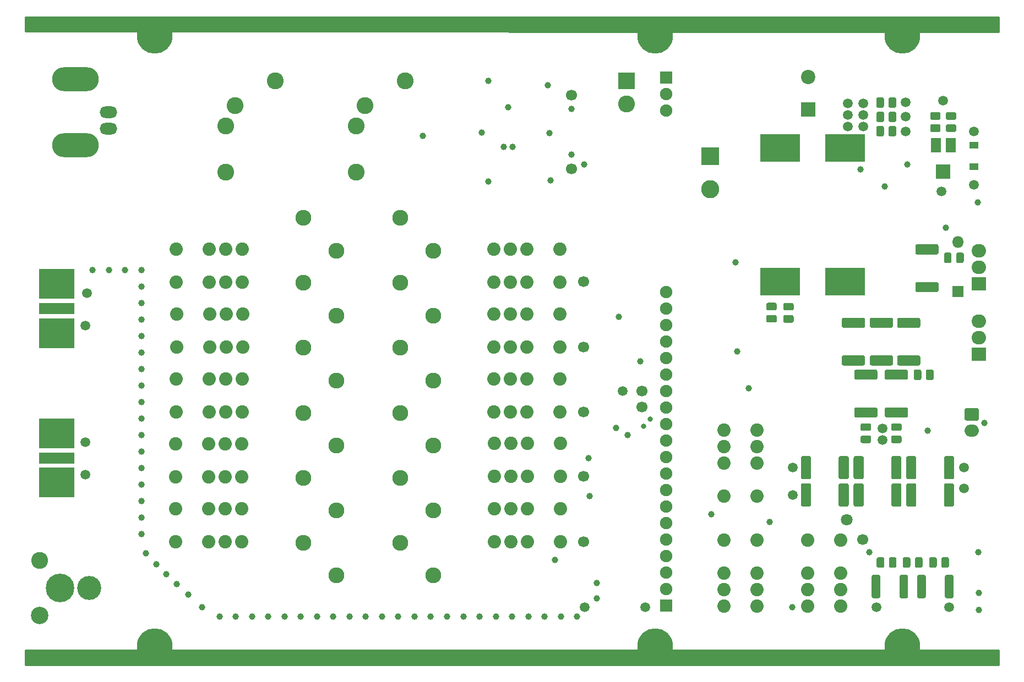
<source format=gts>
G04 #@! TF.GenerationSoftware,KiCad,Pcbnew,(5.1.5)-3*
G04 #@! TF.CreationDate,2020-01-13T11:56:01+01:00*
G04 #@! TF.ProjectId,HL2_MRF101,484c325f-4d52-4463-9130-312e6b696361,2.0-build8*
G04 #@! TF.SameCoordinates,PX42c1d80PY2625a00*
G04 #@! TF.FileFunction,Soldermask,Top*
G04 #@! TF.FilePolarity,Negative*
%FSLAX46Y46*%
G04 Gerber Fmt 4.6, Leading zero omitted, Abs format (unit mm)*
G04 Created by KiCad (PCBNEW (5.1.5)-3) date 2020-01-13 11:56:01*
%MOMM*%
%LPD*%
G04 APERTURE LIST*
%ADD10C,5.500000*%
%ADD11R,2.800000X2.800000*%
%ADD12C,2.800000*%
%ADD13C,2.600000*%
%ADD14R,2.600000X2.600000*%
%ADD15R,1.500000X2.200000*%
%ADD16R,2.200000X2.200000*%
%ADD17O,1.900000X1.900000*%
%ADD18R,1.900000X1.900000*%
%ADD19C,0.100000*%
%ADD20R,6.199480X4.197960*%
%ADD21O,2.700000X1.800000*%
%ADD22O,7.200000X3.700000*%
%ADD23C,2.050000*%
%ADD24C,2.450000*%
%ADD25C,2.200000*%
%ADD26R,1.400000X1.100000*%
%ADD27R,1.800000X1.800000*%
%ADD28O,1.800000X1.800000*%
%ADD29R,5.400000X4.600000*%
%ADD30R,5.400000X1.800000*%
%ADD31C,2.680000*%
%ADD32C,3.700000*%
%ADD33C,4.400000*%
%ADD34R,2.200000X2.105000*%
%ADD35O,2.200000X2.105000*%
%ADD36C,1.700000*%
%ADD37O,2.200000X1.900000*%
%ADD38C,1.000000*%
%ADD39C,1.500000*%
%ADD40C,0.803000*%
%ADD41C,1.800000*%
%ADD42C,0.254000*%
G04 APERTURE END LIST*
D10*
X135000000Y-97000000D03*
X135000000Y-3000000D03*
X20000000Y-97000000D03*
X97000000Y-97000000D03*
X97000000Y-3000000D03*
X20000000Y-3000000D03*
D11*
X105500000Y-21600000D03*
D12*
X105500000Y-26600000D03*
D13*
X92600000Y-13500000D03*
D14*
X92600000Y-10000000D03*
D15*
X140150000Y-19900000D03*
D16*
X141300000Y-23900000D03*
D15*
X142450000Y-19900000D03*
D17*
X98700000Y-42490000D03*
X98700000Y-45030000D03*
X98700000Y-47570000D03*
X98700000Y-50110000D03*
X98700000Y-52650000D03*
X98700000Y-55190000D03*
X98700000Y-57730000D03*
X98700000Y-60270000D03*
X98700000Y-62810000D03*
X98700000Y-65350000D03*
X98700000Y-67890000D03*
X98700000Y-70430000D03*
X98700000Y-72970000D03*
X98700000Y-75510000D03*
X98700000Y-78050000D03*
X98700000Y-80590000D03*
X98700000Y-83130000D03*
X98700000Y-85670000D03*
X98700000Y-88210000D03*
D18*
X98700000Y-90750000D03*
D19*
G36*
X140635043Y-14776414D02*
G01*
X140663558Y-14780644D01*
X140691521Y-14787649D01*
X140718663Y-14797360D01*
X140744723Y-14809686D01*
X140769449Y-14824506D01*
X140792603Y-14841678D01*
X140813963Y-14861037D01*
X140833322Y-14882397D01*
X140850494Y-14905551D01*
X140865314Y-14930277D01*
X140877640Y-14956337D01*
X140887351Y-14983479D01*
X140894356Y-15011442D01*
X140898586Y-15039957D01*
X140900000Y-15068750D01*
X140900000Y-15656250D01*
X140898586Y-15685043D01*
X140894356Y-15713558D01*
X140887351Y-15741521D01*
X140877640Y-15768663D01*
X140865314Y-15794723D01*
X140850494Y-15819449D01*
X140833322Y-15842603D01*
X140813963Y-15863963D01*
X140792603Y-15883322D01*
X140769449Y-15900494D01*
X140744723Y-15915314D01*
X140718663Y-15927640D01*
X140691521Y-15937351D01*
X140663558Y-15944356D01*
X140635043Y-15948586D01*
X140606250Y-15950000D01*
X139593750Y-15950000D01*
X139564957Y-15948586D01*
X139536442Y-15944356D01*
X139508479Y-15937351D01*
X139481337Y-15927640D01*
X139455277Y-15915314D01*
X139430551Y-15900494D01*
X139407397Y-15883322D01*
X139386037Y-15863963D01*
X139366678Y-15842603D01*
X139349506Y-15819449D01*
X139334686Y-15794723D01*
X139322360Y-15768663D01*
X139312649Y-15741521D01*
X139305644Y-15713558D01*
X139301414Y-15685043D01*
X139300000Y-15656250D01*
X139300000Y-15068750D01*
X139301414Y-15039957D01*
X139305644Y-15011442D01*
X139312649Y-14983479D01*
X139322360Y-14956337D01*
X139334686Y-14930277D01*
X139349506Y-14905551D01*
X139366678Y-14882397D01*
X139386037Y-14861037D01*
X139407397Y-14841678D01*
X139430551Y-14824506D01*
X139455277Y-14809686D01*
X139481337Y-14797360D01*
X139508479Y-14787649D01*
X139536442Y-14780644D01*
X139564957Y-14776414D01*
X139593750Y-14775000D01*
X140606250Y-14775000D01*
X140635043Y-14776414D01*
G37*
G36*
X140635043Y-16651414D02*
G01*
X140663558Y-16655644D01*
X140691521Y-16662649D01*
X140718663Y-16672360D01*
X140744723Y-16684686D01*
X140769449Y-16699506D01*
X140792603Y-16716678D01*
X140813963Y-16736037D01*
X140833322Y-16757397D01*
X140850494Y-16780551D01*
X140865314Y-16805277D01*
X140877640Y-16831337D01*
X140887351Y-16858479D01*
X140894356Y-16886442D01*
X140898586Y-16914957D01*
X140900000Y-16943750D01*
X140900000Y-17531250D01*
X140898586Y-17560043D01*
X140894356Y-17588558D01*
X140887351Y-17616521D01*
X140877640Y-17643663D01*
X140865314Y-17669723D01*
X140850494Y-17694449D01*
X140833322Y-17717603D01*
X140813963Y-17738963D01*
X140792603Y-17758322D01*
X140769449Y-17775494D01*
X140744723Y-17790314D01*
X140718663Y-17802640D01*
X140691521Y-17812351D01*
X140663558Y-17819356D01*
X140635043Y-17823586D01*
X140606250Y-17825000D01*
X139593750Y-17825000D01*
X139564957Y-17823586D01*
X139536442Y-17819356D01*
X139508479Y-17812351D01*
X139481337Y-17802640D01*
X139455277Y-17790314D01*
X139430551Y-17775494D01*
X139407397Y-17758322D01*
X139386037Y-17738963D01*
X139366678Y-17717603D01*
X139349506Y-17694449D01*
X139334686Y-17669723D01*
X139322360Y-17643663D01*
X139312649Y-17616521D01*
X139305644Y-17588558D01*
X139301414Y-17560043D01*
X139300000Y-17531250D01*
X139300000Y-16943750D01*
X139301414Y-16914957D01*
X139305644Y-16886442D01*
X139312649Y-16858479D01*
X139322360Y-16831337D01*
X139334686Y-16805277D01*
X139349506Y-16780551D01*
X139366678Y-16757397D01*
X139386037Y-16736037D01*
X139407397Y-16716678D01*
X139430551Y-16699506D01*
X139455277Y-16684686D01*
X139481337Y-16672360D01*
X139508479Y-16662649D01*
X139536442Y-16655644D01*
X139564957Y-16651414D01*
X139593750Y-16650000D01*
X140606250Y-16650000D01*
X140635043Y-16651414D01*
G37*
D20*
X126198720Y-40899700D03*
X116201280Y-40899700D03*
X116201280Y-20300300D03*
X126198720Y-20300300D03*
D13*
X51000000Y-24000000D03*
X51000000Y-16900000D03*
X58600000Y-10000000D03*
X52400000Y-13800000D03*
X31000000Y-24000000D03*
X31000000Y-16900000D03*
X38600000Y-10000000D03*
X32400000Y-13800000D03*
D21*
X12900000Y-17340000D03*
X12900000Y-14800000D03*
D22*
X7820000Y-9720000D03*
X7820000Y-19880000D03*
D23*
X82380000Y-40940000D03*
X77300000Y-40940000D03*
X74760000Y-40940000D03*
X72220000Y-40940000D03*
X72220000Y-35860000D03*
X74760000Y-35860000D03*
X77300000Y-35860000D03*
X82380000Y-35860000D03*
X82380000Y-50940000D03*
X77300000Y-50940000D03*
X74760000Y-50940000D03*
X72220000Y-50940000D03*
X72220000Y-45860000D03*
X74760000Y-45860000D03*
X77300000Y-45860000D03*
X82380000Y-45860000D03*
X82380000Y-60940000D03*
X77300000Y-60940000D03*
X74760000Y-60940000D03*
X72220000Y-60940000D03*
X72220000Y-55860000D03*
X74760000Y-55860000D03*
X77300000Y-55860000D03*
X82380000Y-55860000D03*
X82480000Y-70840000D03*
X77400000Y-70840000D03*
X74860000Y-70840000D03*
X72320000Y-70840000D03*
X72320000Y-65760000D03*
X74860000Y-65760000D03*
X77400000Y-65760000D03*
X82480000Y-65760000D03*
X82480000Y-80940000D03*
X77400000Y-80940000D03*
X74860000Y-80940000D03*
X72320000Y-80940000D03*
X72320000Y-75860000D03*
X74860000Y-75860000D03*
X77400000Y-75860000D03*
X82480000Y-75860000D03*
X23320000Y-35860000D03*
X28400000Y-35860000D03*
X30940000Y-35860000D03*
X33480000Y-35860000D03*
X33480000Y-40940000D03*
X30940000Y-40940000D03*
X28400000Y-40940000D03*
X23320000Y-40940000D03*
X23420000Y-45860000D03*
X28500000Y-45860000D03*
X31040000Y-45860000D03*
X33580000Y-45860000D03*
X33580000Y-50940000D03*
X31040000Y-50940000D03*
X28500000Y-50940000D03*
X23420000Y-50940000D03*
X23320000Y-55860000D03*
X28400000Y-55860000D03*
X30940000Y-55860000D03*
X33480000Y-55860000D03*
X33480000Y-60940000D03*
X30940000Y-60940000D03*
X28400000Y-60940000D03*
X23320000Y-60940000D03*
X23220000Y-65860000D03*
X28300000Y-65860000D03*
X30840000Y-65860000D03*
X33380000Y-65860000D03*
X33380000Y-70940000D03*
X30840000Y-70940000D03*
X28300000Y-70940000D03*
X23220000Y-70940000D03*
X23220000Y-75860000D03*
X28300000Y-75860000D03*
X30840000Y-75860000D03*
X33380000Y-75860000D03*
X33380000Y-80940000D03*
X30840000Y-80940000D03*
X28300000Y-80940000D03*
X23220000Y-80940000D03*
X112640000Y-80620000D03*
X112640000Y-85700000D03*
X112640000Y-88240000D03*
X112640000Y-90780000D03*
X107560000Y-90780000D03*
X107560000Y-88240000D03*
X107560000Y-85700000D03*
X107560000Y-80620000D03*
X107560000Y-73920000D03*
X107560000Y-68840000D03*
X107560000Y-66300000D03*
X107560000Y-63760000D03*
X112640000Y-63760000D03*
X112640000Y-66300000D03*
X112640000Y-68840000D03*
X112640000Y-73920000D03*
X125540000Y-80620000D03*
X125540000Y-85700000D03*
X125540000Y-88240000D03*
X125540000Y-90780000D03*
X120460000Y-90780000D03*
X120460000Y-88240000D03*
X120460000Y-85700000D03*
X120460000Y-80620000D03*
D24*
X57760000Y-31060000D03*
X62840000Y-36100000D03*
X62840000Y-46100000D03*
X57760000Y-41060000D03*
X62840000Y-56100000D03*
X57760000Y-51060000D03*
X57760000Y-61060000D03*
X62840000Y-66100000D03*
X57760000Y-71060000D03*
X62840000Y-76100000D03*
X57760000Y-81060000D03*
X62840000Y-86100000D03*
X42860000Y-31060000D03*
X47940000Y-36100000D03*
X47940000Y-46100000D03*
X42860000Y-41060000D03*
X42860000Y-51060000D03*
X47940000Y-56100000D03*
X42860000Y-61060000D03*
X47940000Y-66100000D03*
X42860000Y-71060000D03*
X47940000Y-76100000D03*
X42860000Y-81060000D03*
X47940000Y-86100000D03*
D19*
G36*
X134635043Y-64551414D02*
G01*
X134663558Y-64555644D01*
X134691521Y-64562649D01*
X134718663Y-64572360D01*
X134744723Y-64584686D01*
X134769449Y-64599506D01*
X134792603Y-64616678D01*
X134813963Y-64636037D01*
X134833322Y-64657397D01*
X134850494Y-64680551D01*
X134865314Y-64705277D01*
X134877640Y-64731337D01*
X134887351Y-64758479D01*
X134894356Y-64786442D01*
X134898586Y-64814957D01*
X134900000Y-64843750D01*
X134900000Y-65431250D01*
X134898586Y-65460043D01*
X134894356Y-65488558D01*
X134887351Y-65516521D01*
X134877640Y-65543663D01*
X134865314Y-65569723D01*
X134850494Y-65594449D01*
X134833322Y-65617603D01*
X134813963Y-65638963D01*
X134792603Y-65658322D01*
X134769449Y-65675494D01*
X134744723Y-65690314D01*
X134718663Y-65702640D01*
X134691521Y-65712351D01*
X134663558Y-65719356D01*
X134635043Y-65723586D01*
X134606250Y-65725000D01*
X133593750Y-65725000D01*
X133564957Y-65723586D01*
X133536442Y-65719356D01*
X133508479Y-65712351D01*
X133481337Y-65702640D01*
X133455277Y-65690314D01*
X133430551Y-65675494D01*
X133407397Y-65658322D01*
X133386037Y-65638963D01*
X133366678Y-65617603D01*
X133349506Y-65594449D01*
X133334686Y-65569723D01*
X133322360Y-65543663D01*
X133312649Y-65516521D01*
X133305644Y-65488558D01*
X133301414Y-65460043D01*
X133300000Y-65431250D01*
X133300000Y-64843750D01*
X133301414Y-64814957D01*
X133305644Y-64786442D01*
X133312649Y-64758479D01*
X133322360Y-64731337D01*
X133334686Y-64705277D01*
X133349506Y-64680551D01*
X133366678Y-64657397D01*
X133386037Y-64636037D01*
X133407397Y-64616678D01*
X133430551Y-64599506D01*
X133455277Y-64584686D01*
X133481337Y-64572360D01*
X133508479Y-64562649D01*
X133536442Y-64555644D01*
X133564957Y-64551414D01*
X133593750Y-64550000D01*
X134606250Y-64550000D01*
X134635043Y-64551414D01*
G37*
G36*
X134635043Y-62676414D02*
G01*
X134663558Y-62680644D01*
X134691521Y-62687649D01*
X134718663Y-62697360D01*
X134744723Y-62709686D01*
X134769449Y-62724506D01*
X134792603Y-62741678D01*
X134813963Y-62761037D01*
X134833322Y-62782397D01*
X134850494Y-62805551D01*
X134865314Y-62830277D01*
X134877640Y-62856337D01*
X134887351Y-62883479D01*
X134894356Y-62911442D01*
X134898586Y-62939957D01*
X134900000Y-62968750D01*
X134900000Y-63556250D01*
X134898586Y-63585043D01*
X134894356Y-63613558D01*
X134887351Y-63641521D01*
X134877640Y-63668663D01*
X134865314Y-63694723D01*
X134850494Y-63719449D01*
X134833322Y-63742603D01*
X134813963Y-63763963D01*
X134792603Y-63783322D01*
X134769449Y-63800494D01*
X134744723Y-63815314D01*
X134718663Y-63827640D01*
X134691521Y-63837351D01*
X134663558Y-63844356D01*
X134635043Y-63848586D01*
X134606250Y-63850000D01*
X133593750Y-63850000D01*
X133564957Y-63848586D01*
X133536442Y-63844356D01*
X133508479Y-63837351D01*
X133481337Y-63827640D01*
X133455277Y-63815314D01*
X133430551Y-63800494D01*
X133407397Y-63783322D01*
X133386037Y-63763963D01*
X133366678Y-63742603D01*
X133349506Y-63719449D01*
X133334686Y-63694723D01*
X133322360Y-63668663D01*
X133312649Y-63641521D01*
X133305644Y-63613558D01*
X133301414Y-63585043D01*
X133300000Y-63556250D01*
X133300000Y-62968750D01*
X133301414Y-62939957D01*
X133305644Y-62911442D01*
X133312649Y-62883479D01*
X133322360Y-62856337D01*
X133334686Y-62830277D01*
X133349506Y-62805551D01*
X133366678Y-62782397D01*
X133386037Y-62761037D01*
X133407397Y-62741678D01*
X133430551Y-62724506D01*
X133455277Y-62709686D01*
X133481337Y-62697360D01*
X133508479Y-62687649D01*
X133536442Y-62680644D01*
X133564957Y-62676414D01*
X133593750Y-62675000D01*
X134606250Y-62675000D01*
X134635043Y-62676414D01*
G37*
G36*
X129935043Y-62676414D02*
G01*
X129963558Y-62680644D01*
X129991521Y-62687649D01*
X130018663Y-62697360D01*
X130044723Y-62709686D01*
X130069449Y-62724506D01*
X130092603Y-62741678D01*
X130113963Y-62761037D01*
X130133322Y-62782397D01*
X130150494Y-62805551D01*
X130165314Y-62830277D01*
X130177640Y-62856337D01*
X130187351Y-62883479D01*
X130194356Y-62911442D01*
X130198586Y-62939957D01*
X130200000Y-62968750D01*
X130200000Y-63556250D01*
X130198586Y-63585043D01*
X130194356Y-63613558D01*
X130187351Y-63641521D01*
X130177640Y-63668663D01*
X130165314Y-63694723D01*
X130150494Y-63719449D01*
X130133322Y-63742603D01*
X130113963Y-63763963D01*
X130092603Y-63783322D01*
X130069449Y-63800494D01*
X130044723Y-63815314D01*
X130018663Y-63827640D01*
X129991521Y-63837351D01*
X129963558Y-63844356D01*
X129935043Y-63848586D01*
X129906250Y-63850000D01*
X128893750Y-63850000D01*
X128864957Y-63848586D01*
X128836442Y-63844356D01*
X128808479Y-63837351D01*
X128781337Y-63827640D01*
X128755277Y-63815314D01*
X128730551Y-63800494D01*
X128707397Y-63783322D01*
X128686037Y-63763963D01*
X128666678Y-63742603D01*
X128649506Y-63719449D01*
X128634686Y-63694723D01*
X128622360Y-63668663D01*
X128612649Y-63641521D01*
X128605644Y-63613558D01*
X128601414Y-63585043D01*
X128600000Y-63556250D01*
X128600000Y-62968750D01*
X128601414Y-62939957D01*
X128605644Y-62911442D01*
X128612649Y-62883479D01*
X128622360Y-62856337D01*
X128634686Y-62830277D01*
X128649506Y-62805551D01*
X128666678Y-62782397D01*
X128686037Y-62761037D01*
X128707397Y-62741678D01*
X128730551Y-62724506D01*
X128755277Y-62709686D01*
X128781337Y-62697360D01*
X128808479Y-62687649D01*
X128836442Y-62680644D01*
X128864957Y-62676414D01*
X128893750Y-62675000D01*
X129906250Y-62675000D01*
X129935043Y-62676414D01*
G37*
G36*
X129935043Y-64551414D02*
G01*
X129963558Y-64555644D01*
X129991521Y-64562649D01*
X130018663Y-64572360D01*
X130044723Y-64584686D01*
X130069449Y-64599506D01*
X130092603Y-64616678D01*
X130113963Y-64636037D01*
X130133322Y-64657397D01*
X130150494Y-64680551D01*
X130165314Y-64705277D01*
X130177640Y-64731337D01*
X130187351Y-64758479D01*
X130194356Y-64786442D01*
X130198586Y-64814957D01*
X130200000Y-64843750D01*
X130200000Y-65431250D01*
X130198586Y-65460043D01*
X130194356Y-65488558D01*
X130187351Y-65516521D01*
X130177640Y-65543663D01*
X130165314Y-65569723D01*
X130150494Y-65594449D01*
X130133322Y-65617603D01*
X130113963Y-65638963D01*
X130092603Y-65658322D01*
X130069449Y-65675494D01*
X130044723Y-65690314D01*
X130018663Y-65702640D01*
X129991521Y-65712351D01*
X129963558Y-65719356D01*
X129935043Y-65723586D01*
X129906250Y-65725000D01*
X128893750Y-65725000D01*
X128864957Y-65723586D01*
X128836442Y-65719356D01*
X128808479Y-65712351D01*
X128781337Y-65702640D01*
X128755277Y-65690314D01*
X128730551Y-65675494D01*
X128707397Y-65658322D01*
X128686037Y-65638963D01*
X128666678Y-65617603D01*
X128649506Y-65594449D01*
X128634686Y-65569723D01*
X128622360Y-65543663D01*
X128612649Y-65516521D01*
X128605644Y-65488558D01*
X128601414Y-65460043D01*
X128600000Y-65431250D01*
X128600000Y-64843750D01*
X128601414Y-64814957D01*
X128605644Y-64786442D01*
X128612649Y-64758479D01*
X128622360Y-64731337D01*
X128634686Y-64705277D01*
X128649506Y-64680551D01*
X128666678Y-64657397D01*
X128686037Y-64636037D01*
X128707397Y-64616678D01*
X128730551Y-64599506D01*
X128755277Y-64584686D01*
X128781337Y-64572360D01*
X128808479Y-64562649D01*
X128836442Y-64555644D01*
X128864957Y-64551414D01*
X128893750Y-64550000D01*
X129906250Y-64550000D01*
X129935043Y-64551414D01*
G37*
G36*
X144197543Y-36401414D02*
G01*
X144226058Y-36405644D01*
X144254021Y-36412649D01*
X144281163Y-36422360D01*
X144307223Y-36434686D01*
X144331949Y-36449506D01*
X144355103Y-36466678D01*
X144376463Y-36486037D01*
X144395822Y-36507397D01*
X144412994Y-36530551D01*
X144427814Y-36555277D01*
X144440140Y-36581337D01*
X144449851Y-36608479D01*
X144456856Y-36636442D01*
X144461086Y-36664957D01*
X144462500Y-36693750D01*
X144462500Y-37706250D01*
X144461086Y-37735043D01*
X144456856Y-37763558D01*
X144449851Y-37791521D01*
X144440140Y-37818663D01*
X144427814Y-37844723D01*
X144412994Y-37869449D01*
X144395822Y-37892603D01*
X144376463Y-37913963D01*
X144355103Y-37933322D01*
X144331949Y-37950494D01*
X144307223Y-37965314D01*
X144281163Y-37977640D01*
X144254021Y-37987351D01*
X144226058Y-37994356D01*
X144197543Y-37998586D01*
X144168750Y-38000000D01*
X143581250Y-38000000D01*
X143552457Y-37998586D01*
X143523942Y-37994356D01*
X143495979Y-37987351D01*
X143468837Y-37977640D01*
X143442777Y-37965314D01*
X143418051Y-37950494D01*
X143394897Y-37933322D01*
X143373537Y-37913963D01*
X143354178Y-37892603D01*
X143337006Y-37869449D01*
X143322186Y-37844723D01*
X143309860Y-37818663D01*
X143300149Y-37791521D01*
X143293144Y-37763558D01*
X143288914Y-37735043D01*
X143287500Y-37706250D01*
X143287500Y-36693750D01*
X143288914Y-36664957D01*
X143293144Y-36636442D01*
X143300149Y-36608479D01*
X143309860Y-36581337D01*
X143322186Y-36555277D01*
X143337006Y-36530551D01*
X143354178Y-36507397D01*
X143373537Y-36486037D01*
X143394897Y-36466678D01*
X143418051Y-36449506D01*
X143442777Y-36434686D01*
X143468837Y-36422360D01*
X143495979Y-36412649D01*
X143523942Y-36405644D01*
X143552457Y-36401414D01*
X143581250Y-36400000D01*
X144168750Y-36400000D01*
X144197543Y-36401414D01*
G37*
G36*
X142322543Y-36401414D02*
G01*
X142351058Y-36405644D01*
X142379021Y-36412649D01*
X142406163Y-36422360D01*
X142432223Y-36434686D01*
X142456949Y-36449506D01*
X142480103Y-36466678D01*
X142501463Y-36486037D01*
X142520822Y-36507397D01*
X142537994Y-36530551D01*
X142552814Y-36555277D01*
X142565140Y-36581337D01*
X142574851Y-36608479D01*
X142581856Y-36636442D01*
X142586086Y-36664957D01*
X142587500Y-36693750D01*
X142587500Y-37706250D01*
X142586086Y-37735043D01*
X142581856Y-37763558D01*
X142574851Y-37791521D01*
X142565140Y-37818663D01*
X142552814Y-37844723D01*
X142537994Y-37869449D01*
X142520822Y-37892603D01*
X142501463Y-37913963D01*
X142480103Y-37933322D01*
X142456949Y-37950494D01*
X142432223Y-37965314D01*
X142406163Y-37977640D01*
X142379021Y-37987351D01*
X142351058Y-37994356D01*
X142322543Y-37998586D01*
X142293750Y-38000000D01*
X141706250Y-38000000D01*
X141677457Y-37998586D01*
X141648942Y-37994356D01*
X141620979Y-37987351D01*
X141593837Y-37977640D01*
X141567777Y-37965314D01*
X141543051Y-37950494D01*
X141519897Y-37933322D01*
X141498537Y-37913963D01*
X141479178Y-37892603D01*
X141462006Y-37869449D01*
X141447186Y-37844723D01*
X141434860Y-37818663D01*
X141425149Y-37791521D01*
X141418144Y-37763558D01*
X141413914Y-37735043D01*
X141412500Y-37706250D01*
X141412500Y-36693750D01*
X141413914Y-36664957D01*
X141418144Y-36636442D01*
X141425149Y-36608479D01*
X141434860Y-36581337D01*
X141447186Y-36555277D01*
X141462006Y-36530551D01*
X141479178Y-36507397D01*
X141498537Y-36486037D01*
X141519897Y-36466678D01*
X141543051Y-36449506D01*
X141567777Y-36434686D01*
X141593837Y-36422360D01*
X141620979Y-36412649D01*
X141648942Y-36405644D01*
X141677457Y-36401414D01*
X141706250Y-36400000D01*
X142293750Y-36400000D01*
X142322543Y-36401414D01*
G37*
G36*
X143035043Y-16651414D02*
G01*
X143063558Y-16655644D01*
X143091521Y-16662649D01*
X143118663Y-16672360D01*
X143144723Y-16684686D01*
X143169449Y-16699506D01*
X143192603Y-16716678D01*
X143213963Y-16736037D01*
X143233322Y-16757397D01*
X143250494Y-16780551D01*
X143265314Y-16805277D01*
X143277640Y-16831337D01*
X143287351Y-16858479D01*
X143294356Y-16886442D01*
X143298586Y-16914957D01*
X143300000Y-16943750D01*
X143300000Y-17531250D01*
X143298586Y-17560043D01*
X143294356Y-17588558D01*
X143287351Y-17616521D01*
X143277640Y-17643663D01*
X143265314Y-17669723D01*
X143250494Y-17694449D01*
X143233322Y-17717603D01*
X143213963Y-17738963D01*
X143192603Y-17758322D01*
X143169449Y-17775494D01*
X143144723Y-17790314D01*
X143118663Y-17802640D01*
X143091521Y-17812351D01*
X143063558Y-17819356D01*
X143035043Y-17823586D01*
X143006250Y-17825000D01*
X141993750Y-17825000D01*
X141964957Y-17823586D01*
X141936442Y-17819356D01*
X141908479Y-17812351D01*
X141881337Y-17802640D01*
X141855277Y-17790314D01*
X141830551Y-17775494D01*
X141807397Y-17758322D01*
X141786037Y-17738963D01*
X141766678Y-17717603D01*
X141749506Y-17694449D01*
X141734686Y-17669723D01*
X141722360Y-17643663D01*
X141712649Y-17616521D01*
X141705644Y-17588558D01*
X141701414Y-17560043D01*
X141700000Y-17531250D01*
X141700000Y-16943750D01*
X141701414Y-16914957D01*
X141705644Y-16886442D01*
X141712649Y-16858479D01*
X141722360Y-16831337D01*
X141734686Y-16805277D01*
X141749506Y-16780551D01*
X141766678Y-16757397D01*
X141786037Y-16736037D01*
X141807397Y-16716678D01*
X141830551Y-16699506D01*
X141855277Y-16684686D01*
X141881337Y-16672360D01*
X141908479Y-16662649D01*
X141936442Y-16655644D01*
X141964957Y-16651414D01*
X141993750Y-16650000D01*
X143006250Y-16650000D01*
X143035043Y-16651414D01*
G37*
G36*
X143035043Y-14776414D02*
G01*
X143063558Y-14780644D01*
X143091521Y-14787649D01*
X143118663Y-14797360D01*
X143144723Y-14809686D01*
X143169449Y-14824506D01*
X143192603Y-14841678D01*
X143213963Y-14861037D01*
X143233322Y-14882397D01*
X143250494Y-14905551D01*
X143265314Y-14930277D01*
X143277640Y-14956337D01*
X143287351Y-14983479D01*
X143294356Y-15011442D01*
X143298586Y-15039957D01*
X143300000Y-15068750D01*
X143300000Y-15656250D01*
X143298586Y-15685043D01*
X143294356Y-15713558D01*
X143287351Y-15741521D01*
X143277640Y-15768663D01*
X143265314Y-15794723D01*
X143250494Y-15819449D01*
X143233322Y-15842603D01*
X143213963Y-15863963D01*
X143192603Y-15883322D01*
X143169449Y-15900494D01*
X143144723Y-15915314D01*
X143118663Y-15927640D01*
X143091521Y-15937351D01*
X143063558Y-15944356D01*
X143035043Y-15948586D01*
X143006250Y-15950000D01*
X141993750Y-15950000D01*
X141964957Y-15948586D01*
X141936442Y-15944356D01*
X141908479Y-15937351D01*
X141881337Y-15927640D01*
X141855277Y-15915314D01*
X141830551Y-15900494D01*
X141807397Y-15883322D01*
X141786037Y-15863963D01*
X141766678Y-15842603D01*
X141749506Y-15819449D01*
X141734686Y-15794723D01*
X141722360Y-15768663D01*
X141712649Y-15741521D01*
X141705644Y-15713558D01*
X141701414Y-15685043D01*
X141700000Y-15656250D01*
X141700000Y-15068750D01*
X141701414Y-15039957D01*
X141705644Y-15011442D01*
X141712649Y-14983479D01*
X141722360Y-14956337D01*
X141734686Y-14930277D01*
X141749506Y-14905551D01*
X141766678Y-14882397D01*
X141786037Y-14861037D01*
X141807397Y-14841678D01*
X141830551Y-14824506D01*
X141855277Y-14809686D01*
X141881337Y-14797360D01*
X141908479Y-14787649D01*
X141936442Y-14780644D01*
X141964957Y-14776414D01*
X141993750Y-14775000D01*
X143006250Y-14775000D01*
X143035043Y-14776414D01*
G37*
D16*
X120500000Y-14400000D03*
D25*
X120500000Y-9400000D03*
D19*
G36*
X141922543Y-83301414D02*
G01*
X141951058Y-83305644D01*
X141979021Y-83312649D01*
X142006163Y-83322360D01*
X142032223Y-83334686D01*
X142056949Y-83349506D01*
X142080103Y-83366678D01*
X142101463Y-83386037D01*
X142120822Y-83407397D01*
X142137994Y-83430551D01*
X142152814Y-83455277D01*
X142165140Y-83481337D01*
X142174851Y-83508479D01*
X142181856Y-83536442D01*
X142186086Y-83564957D01*
X142187500Y-83593750D01*
X142187500Y-84606250D01*
X142186086Y-84635043D01*
X142181856Y-84663558D01*
X142174851Y-84691521D01*
X142165140Y-84718663D01*
X142152814Y-84744723D01*
X142137994Y-84769449D01*
X142120822Y-84792603D01*
X142101463Y-84813963D01*
X142080103Y-84833322D01*
X142056949Y-84850494D01*
X142032223Y-84865314D01*
X142006163Y-84877640D01*
X141979021Y-84887351D01*
X141951058Y-84894356D01*
X141922543Y-84898586D01*
X141893750Y-84900000D01*
X141306250Y-84900000D01*
X141277457Y-84898586D01*
X141248942Y-84894356D01*
X141220979Y-84887351D01*
X141193837Y-84877640D01*
X141167777Y-84865314D01*
X141143051Y-84850494D01*
X141119897Y-84833322D01*
X141098537Y-84813963D01*
X141079178Y-84792603D01*
X141062006Y-84769449D01*
X141047186Y-84744723D01*
X141034860Y-84718663D01*
X141025149Y-84691521D01*
X141018144Y-84663558D01*
X141013914Y-84635043D01*
X141012500Y-84606250D01*
X141012500Y-83593750D01*
X141013914Y-83564957D01*
X141018144Y-83536442D01*
X141025149Y-83508479D01*
X141034860Y-83481337D01*
X141047186Y-83455277D01*
X141062006Y-83430551D01*
X141079178Y-83407397D01*
X141098537Y-83386037D01*
X141119897Y-83366678D01*
X141143051Y-83349506D01*
X141167777Y-83334686D01*
X141193837Y-83322360D01*
X141220979Y-83312649D01*
X141248942Y-83305644D01*
X141277457Y-83301414D01*
X141306250Y-83300000D01*
X141893750Y-83300000D01*
X141922543Y-83301414D01*
G37*
G36*
X140047543Y-83301414D02*
G01*
X140076058Y-83305644D01*
X140104021Y-83312649D01*
X140131163Y-83322360D01*
X140157223Y-83334686D01*
X140181949Y-83349506D01*
X140205103Y-83366678D01*
X140226463Y-83386037D01*
X140245822Y-83407397D01*
X140262994Y-83430551D01*
X140277814Y-83455277D01*
X140290140Y-83481337D01*
X140299851Y-83508479D01*
X140306856Y-83536442D01*
X140311086Y-83564957D01*
X140312500Y-83593750D01*
X140312500Y-84606250D01*
X140311086Y-84635043D01*
X140306856Y-84663558D01*
X140299851Y-84691521D01*
X140290140Y-84718663D01*
X140277814Y-84744723D01*
X140262994Y-84769449D01*
X140245822Y-84792603D01*
X140226463Y-84813963D01*
X140205103Y-84833322D01*
X140181949Y-84850494D01*
X140157223Y-84865314D01*
X140131163Y-84877640D01*
X140104021Y-84887351D01*
X140076058Y-84894356D01*
X140047543Y-84898586D01*
X140018750Y-84900000D01*
X139431250Y-84900000D01*
X139402457Y-84898586D01*
X139373942Y-84894356D01*
X139345979Y-84887351D01*
X139318837Y-84877640D01*
X139292777Y-84865314D01*
X139268051Y-84850494D01*
X139244897Y-84833322D01*
X139223537Y-84813963D01*
X139204178Y-84792603D01*
X139187006Y-84769449D01*
X139172186Y-84744723D01*
X139159860Y-84718663D01*
X139150149Y-84691521D01*
X139143144Y-84663558D01*
X139138914Y-84635043D01*
X139137500Y-84606250D01*
X139137500Y-83593750D01*
X139138914Y-83564957D01*
X139143144Y-83536442D01*
X139150149Y-83508479D01*
X139159860Y-83481337D01*
X139172186Y-83455277D01*
X139187006Y-83430551D01*
X139204178Y-83407397D01*
X139223537Y-83386037D01*
X139244897Y-83366678D01*
X139268051Y-83349506D01*
X139292777Y-83334686D01*
X139318837Y-83322360D01*
X139345979Y-83312649D01*
X139373942Y-83305644D01*
X139402457Y-83301414D01*
X139431250Y-83300000D01*
X140018750Y-83300000D01*
X140047543Y-83301414D01*
G37*
G36*
X131922543Y-12501414D02*
G01*
X131951058Y-12505644D01*
X131979021Y-12512649D01*
X132006163Y-12522360D01*
X132032223Y-12534686D01*
X132056949Y-12549506D01*
X132080103Y-12566678D01*
X132101463Y-12586037D01*
X132120822Y-12607397D01*
X132137994Y-12630551D01*
X132152814Y-12655277D01*
X132165140Y-12681337D01*
X132174851Y-12708479D01*
X132181856Y-12736442D01*
X132186086Y-12764957D01*
X132187500Y-12793750D01*
X132187500Y-13806250D01*
X132186086Y-13835043D01*
X132181856Y-13863558D01*
X132174851Y-13891521D01*
X132165140Y-13918663D01*
X132152814Y-13944723D01*
X132137994Y-13969449D01*
X132120822Y-13992603D01*
X132101463Y-14013963D01*
X132080103Y-14033322D01*
X132056949Y-14050494D01*
X132032223Y-14065314D01*
X132006163Y-14077640D01*
X131979021Y-14087351D01*
X131951058Y-14094356D01*
X131922543Y-14098586D01*
X131893750Y-14100000D01*
X131306250Y-14100000D01*
X131277457Y-14098586D01*
X131248942Y-14094356D01*
X131220979Y-14087351D01*
X131193837Y-14077640D01*
X131167777Y-14065314D01*
X131143051Y-14050494D01*
X131119897Y-14033322D01*
X131098537Y-14013963D01*
X131079178Y-13992603D01*
X131062006Y-13969449D01*
X131047186Y-13944723D01*
X131034860Y-13918663D01*
X131025149Y-13891521D01*
X131018144Y-13863558D01*
X131013914Y-13835043D01*
X131012500Y-13806250D01*
X131012500Y-12793750D01*
X131013914Y-12764957D01*
X131018144Y-12736442D01*
X131025149Y-12708479D01*
X131034860Y-12681337D01*
X131047186Y-12655277D01*
X131062006Y-12630551D01*
X131079178Y-12607397D01*
X131098537Y-12586037D01*
X131119897Y-12566678D01*
X131143051Y-12549506D01*
X131167777Y-12534686D01*
X131193837Y-12522360D01*
X131220979Y-12512649D01*
X131248942Y-12505644D01*
X131277457Y-12501414D01*
X131306250Y-12500000D01*
X131893750Y-12500000D01*
X131922543Y-12501414D01*
G37*
G36*
X133797543Y-12501414D02*
G01*
X133826058Y-12505644D01*
X133854021Y-12512649D01*
X133881163Y-12522360D01*
X133907223Y-12534686D01*
X133931949Y-12549506D01*
X133955103Y-12566678D01*
X133976463Y-12586037D01*
X133995822Y-12607397D01*
X134012994Y-12630551D01*
X134027814Y-12655277D01*
X134040140Y-12681337D01*
X134049851Y-12708479D01*
X134056856Y-12736442D01*
X134061086Y-12764957D01*
X134062500Y-12793750D01*
X134062500Y-13806250D01*
X134061086Y-13835043D01*
X134056856Y-13863558D01*
X134049851Y-13891521D01*
X134040140Y-13918663D01*
X134027814Y-13944723D01*
X134012994Y-13969449D01*
X133995822Y-13992603D01*
X133976463Y-14013963D01*
X133955103Y-14033322D01*
X133931949Y-14050494D01*
X133907223Y-14065314D01*
X133881163Y-14077640D01*
X133854021Y-14087351D01*
X133826058Y-14094356D01*
X133797543Y-14098586D01*
X133768750Y-14100000D01*
X133181250Y-14100000D01*
X133152457Y-14098586D01*
X133123942Y-14094356D01*
X133095979Y-14087351D01*
X133068837Y-14077640D01*
X133042777Y-14065314D01*
X133018051Y-14050494D01*
X132994897Y-14033322D01*
X132973537Y-14013963D01*
X132954178Y-13992603D01*
X132937006Y-13969449D01*
X132922186Y-13944723D01*
X132909860Y-13918663D01*
X132900149Y-13891521D01*
X132893144Y-13863558D01*
X132888914Y-13835043D01*
X132887500Y-13806250D01*
X132887500Y-12793750D01*
X132888914Y-12764957D01*
X132893144Y-12736442D01*
X132900149Y-12708479D01*
X132909860Y-12681337D01*
X132922186Y-12655277D01*
X132937006Y-12630551D01*
X132954178Y-12607397D01*
X132973537Y-12586037D01*
X132994897Y-12566678D01*
X133018051Y-12549506D01*
X133042777Y-12534686D01*
X133068837Y-12522360D01*
X133095979Y-12512649D01*
X133123942Y-12505644D01*
X133152457Y-12501414D01*
X133181250Y-12500000D01*
X133768750Y-12500000D01*
X133797543Y-12501414D01*
G37*
G36*
X133810043Y-14701414D02*
G01*
X133838558Y-14705644D01*
X133866521Y-14712649D01*
X133893663Y-14722360D01*
X133919723Y-14734686D01*
X133944449Y-14749506D01*
X133967603Y-14766678D01*
X133988963Y-14786037D01*
X134008322Y-14807397D01*
X134025494Y-14830551D01*
X134040314Y-14855277D01*
X134052640Y-14881337D01*
X134062351Y-14908479D01*
X134069356Y-14936442D01*
X134073586Y-14964957D01*
X134075000Y-14993750D01*
X134075000Y-16006250D01*
X134073586Y-16035043D01*
X134069356Y-16063558D01*
X134062351Y-16091521D01*
X134052640Y-16118663D01*
X134040314Y-16144723D01*
X134025494Y-16169449D01*
X134008322Y-16192603D01*
X133988963Y-16213963D01*
X133967603Y-16233322D01*
X133944449Y-16250494D01*
X133919723Y-16265314D01*
X133893663Y-16277640D01*
X133866521Y-16287351D01*
X133838558Y-16294356D01*
X133810043Y-16298586D01*
X133781250Y-16300000D01*
X133193750Y-16300000D01*
X133164957Y-16298586D01*
X133136442Y-16294356D01*
X133108479Y-16287351D01*
X133081337Y-16277640D01*
X133055277Y-16265314D01*
X133030551Y-16250494D01*
X133007397Y-16233322D01*
X132986037Y-16213963D01*
X132966678Y-16192603D01*
X132949506Y-16169449D01*
X132934686Y-16144723D01*
X132922360Y-16118663D01*
X132912649Y-16091521D01*
X132905644Y-16063558D01*
X132901414Y-16035043D01*
X132900000Y-16006250D01*
X132900000Y-14993750D01*
X132901414Y-14964957D01*
X132905644Y-14936442D01*
X132912649Y-14908479D01*
X132922360Y-14881337D01*
X132934686Y-14855277D01*
X132949506Y-14830551D01*
X132966678Y-14807397D01*
X132986037Y-14786037D01*
X133007397Y-14766678D01*
X133030551Y-14749506D01*
X133055277Y-14734686D01*
X133081337Y-14722360D01*
X133108479Y-14712649D01*
X133136442Y-14705644D01*
X133164957Y-14701414D01*
X133193750Y-14700000D01*
X133781250Y-14700000D01*
X133810043Y-14701414D01*
G37*
G36*
X131935043Y-14701414D02*
G01*
X131963558Y-14705644D01*
X131991521Y-14712649D01*
X132018663Y-14722360D01*
X132044723Y-14734686D01*
X132069449Y-14749506D01*
X132092603Y-14766678D01*
X132113963Y-14786037D01*
X132133322Y-14807397D01*
X132150494Y-14830551D01*
X132165314Y-14855277D01*
X132177640Y-14881337D01*
X132187351Y-14908479D01*
X132194356Y-14936442D01*
X132198586Y-14964957D01*
X132200000Y-14993750D01*
X132200000Y-16006250D01*
X132198586Y-16035043D01*
X132194356Y-16063558D01*
X132187351Y-16091521D01*
X132177640Y-16118663D01*
X132165314Y-16144723D01*
X132150494Y-16169449D01*
X132133322Y-16192603D01*
X132113963Y-16213963D01*
X132092603Y-16233322D01*
X132069449Y-16250494D01*
X132044723Y-16265314D01*
X132018663Y-16277640D01*
X131991521Y-16287351D01*
X131963558Y-16294356D01*
X131935043Y-16298586D01*
X131906250Y-16300000D01*
X131318750Y-16300000D01*
X131289957Y-16298586D01*
X131261442Y-16294356D01*
X131233479Y-16287351D01*
X131206337Y-16277640D01*
X131180277Y-16265314D01*
X131155551Y-16250494D01*
X131132397Y-16233322D01*
X131111037Y-16213963D01*
X131091678Y-16192603D01*
X131074506Y-16169449D01*
X131059686Y-16144723D01*
X131047360Y-16118663D01*
X131037649Y-16091521D01*
X131030644Y-16063558D01*
X131026414Y-16035043D01*
X131025000Y-16006250D01*
X131025000Y-14993750D01*
X131026414Y-14964957D01*
X131030644Y-14936442D01*
X131037649Y-14908479D01*
X131047360Y-14881337D01*
X131059686Y-14855277D01*
X131074506Y-14830551D01*
X131091678Y-14807397D01*
X131111037Y-14786037D01*
X131132397Y-14766678D01*
X131155551Y-14749506D01*
X131180277Y-14734686D01*
X131206337Y-14722360D01*
X131233479Y-14712649D01*
X131261442Y-14705644D01*
X131289957Y-14701414D01*
X131318750Y-14700000D01*
X131906250Y-14700000D01*
X131935043Y-14701414D01*
G37*
G36*
X131922543Y-16901414D02*
G01*
X131951058Y-16905644D01*
X131979021Y-16912649D01*
X132006163Y-16922360D01*
X132032223Y-16934686D01*
X132056949Y-16949506D01*
X132080103Y-16966678D01*
X132101463Y-16986037D01*
X132120822Y-17007397D01*
X132137994Y-17030551D01*
X132152814Y-17055277D01*
X132165140Y-17081337D01*
X132174851Y-17108479D01*
X132181856Y-17136442D01*
X132186086Y-17164957D01*
X132187500Y-17193750D01*
X132187500Y-18206250D01*
X132186086Y-18235043D01*
X132181856Y-18263558D01*
X132174851Y-18291521D01*
X132165140Y-18318663D01*
X132152814Y-18344723D01*
X132137994Y-18369449D01*
X132120822Y-18392603D01*
X132101463Y-18413963D01*
X132080103Y-18433322D01*
X132056949Y-18450494D01*
X132032223Y-18465314D01*
X132006163Y-18477640D01*
X131979021Y-18487351D01*
X131951058Y-18494356D01*
X131922543Y-18498586D01*
X131893750Y-18500000D01*
X131306250Y-18500000D01*
X131277457Y-18498586D01*
X131248942Y-18494356D01*
X131220979Y-18487351D01*
X131193837Y-18477640D01*
X131167777Y-18465314D01*
X131143051Y-18450494D01*
X131119897Y-18433322D01*
X131098537Y-18413963D01*
X131079178Y-18392603D01*
X131062006Y-18369449D01*
X131047186Y-18344723D01*
X131034860Y-18318663D01*
X131025149Y-18291521D01*
X131018144Y-18263558D01*
X131013914Y-18235043D01*
X131012500Y-18206250D01*
X131012500Y-17193750D01*
X131013914Y-17164957D01*
X131018144Y-17136442D01*
X131025149Y-17108479D01*
X131034860Y-17081337D01*
X131047186Y-17055277D01*
X131062006Y-17030551D01*
X131079178Y-17007397D01*
X131098537Y-16986037D01*
X131119897Y-16966678D01*
X131143051Y-16949506D01*
X131167777Y-16934686D01*
X131193837Y-16922360D01*
X131220979Y-16912649D01*
X131248942Y-16905644D01*
X131277457Y-16901414D01*
X131306250Y-16900000D01*
X131893750Y-16900000D01*
X131922543Y-16901414D01*
G37*
G36*
X133797543Y-16901414D02*
G01*
X133826058Y-16905644D01*
X133854021Y-16912649D01*
X133881163Y-16922360D01*
X133907223Y-16934686D01*
X133931949Y-16949506D01*
X133955103Y-16966678D01*
X133976463Y-16986037D01*
X133995822Y-17007397D01*
X134012994Y-17030551D01*
X134027814Y-17055277D01*
X134040140Y-17081337D01*
X134049851Y-17108479D01*
X134056856Y-17136442D01*
X134061086Y-17164957D01*
X134062500Y-17193750D01*
X134062500Y-18206250D01*
X134061086Y-18235043D01*
X134056856Y-18263558D01*
X134049851Y-18291521D01*
X134040140Y-18318663D01*
X134027814Y-18344723D01*
X134012994Y-18369449D01*
X133995822Y-18392603D01*
X133976463Y-18413963D01*
X133955103Y-18433322D01*
X133931949Y-18450494D01*
X133907223Y-18465314D01*
X133881163Y-18477640D01*
X133854021Y-18487351D01*
X133826058Y-18494356D01*
X133797543Y-18498586D01*
X133768750Y-18500000D01*
X133181250Y-18500000D01*
X133152457Y-18498586D01*
X133123942Y-18494356D01*
X133095979Y-18487351D01*
X133068837Y-18477640D01*
X133042777Y-18465314D01*
X133018051Y-18450494D01*
X132994897Y-18433322D01*
X132973537Y-18413963D01*
X132954178Y-18392603D01*
X132937006Y-18369449D01*
X132922186Y-18344723D01*
X132909860Y-18318663D01*
X132900149Y-18291521D01*
X132893144Y-18263558D01*
X132888914Y-18235043D01*
X132887500Y-18206250D01*
X132887500Y-17193750D01*
X132888914Y-17164957D01*
X132893144Y-17136442D01*
X132900149Y-17108479D01*
X132909860Y-17081337D01*
X132922186Y-17055277D01*
X132937006Y-17030551D01*
X132954178Y-17007397D01*
X132973537Y-16986037D01*
X132994897Y-16966678D01*
X133018051Y-16949506D01*
X133042777Y-16934686D01*
X133068837Y-16922360D01*
X133095979Y-16912649D01*
X133123942Y-16905644D01*
X133152457Y-16901414D01*
X133181250Y-16900000D01*
X133768750Y-16900000D01*
X133797543Y-16901414D01*
G37*
G36*
X135985043Y-83301414D02*
G01*
X136013558Y-83305644D01*
X136041521Y-83312649D01*
X136068663Y-83322360D01*
X136094723Y-83334686D01*
X136119449Y-83349506D01*
X136142603Y-83366678D01*
X136163963Y-83386037D01*
X136183322Y-83407397D01*
X136200494Y-83430551D01*
X136215314Y-83455277D01*
X136227640Y-83481337D01*
X136237351Y-83508479D01*
X136244356Y-83536442D01*
X136248586Y-83564957D01*
X136250000Y-83593750D01*
X136250000Y-84606250D01*
X136248586Y-84635043D01*
X136244356Y-84663558D01*
X136237351Y-84691521D01*
X136227640Y-84718663D01*
X136215314Y-84744723D01*
X136200494Y-84769449D01*
X136183322Y-84792603D01*
X136163963Y-84813963D01*
X136142603Y-84833322D01*
X136119449Y-84850494D01*
X136094723Y-84865314D01*
X136068663Y-84877640D01*
X136041521Y-84887351D01*
X136013558Y-84894356D01*
X135985043Y-84898586D01*
X135956250Y-84900000D01*
X135368750Y-84900000D01*
X135339957Y-84898586D01*
X135311442Y-84894356D01*
X135283479Y-84887351D01*
X135256337Y-84877640D01*
X135230277Y-84865314D01*
X135205551Y-84850494D01*
X135182397Y-84833322D01*
X135161037Y-84813963D01*
X135141678Y-84792603D01*
X135124506Y-84769449D01*
X135109686Y-84744723D01*
X135097360Y-84718663D01*
X135087649Y-84691521D01*
X135080644Y-84663558D01*
X135076414Y-84635043D01*
X135075000Y-84606250D01*
X135075000Y-83593750D01*
X135076414Y-83564957D01*
X135080644Y-83536442D01*
X135087649Y-83508479D01*
X135097360Y-83481337D01*
X135109686Y-83455277D01*
X135124506Y-83430551D01*
X135141678Y-83407397D01*
X135161037Y-83386037D01*
X135182397Y-83366678D01*
X135205551Y-83349506D01*
X135230277Y-83334686D01*
X135256337Y-83322360D01*
X135283479Y-83312649D01*
X135311442Y-83305644D01*
X135339957Y-83301414D01*
X135368750Y-83300000D01*
X135956250Y-83300000D01*
X135985043Y-83301414D01*
G37*
G36*
X137860043Y-83301414D02*
G01*
X137888558Y-83305644D01*
X137916521Y-83312649D01*
X137943663Y-83322360D01*
X137969723Y-83334686D01*
X137994449Y-83349506D01*
X138017603Y-83366678D01*
X138038963Y-83386037D01*
X138058322Y-83407397D01*
X138075494Y-83430551D01*
X138090314Y-83455277D01*
X138102640Y-83481337D01*
X138112351Y-83508479D01*
X138119356Y-83536442D01*
X138123586Y-83564957D01*
X138125000Y-83593750D01*
X138125000Y-84606250D01*
X138123586Y-84635043D01*
X138119356Y-84663558D01*
X138112351Y-84691521D01*
X138102640Y-84718663D01*
X138090314Y-84744723D01*
X138075494Y-84769449D01*
X138058322Y-84792603D01*
X138038963Y-84813963D01*
X138017603Y-84833322D01*
X137994449Y-84850494D01*
X137969723Y-84865314D01*
X137943663Y-84877640D01*
X137916521Y-84887351D01*
X137888558Y-84894356D01*
X137860043Y-84898586D01*
X137831250Y-84900000D01*
X137243750Y-84900000D01*
X137214957Y-84898586D01*
X137186442Y-84894356D01*
X137158479Y-84887351D01*
X137131337Y-84877640D01*
X137105277Y-84865314D01*
X137080551Y-84850494D01*
X137057397Y-84833322D01*
X137036037Y-84813963D01*
X137016678Y-84792603D01*
X136999506Y-84769449D01*
X136984686Y-84744723D01*
X136972360Y-84718663D01*
X136962649Y-84691521D01*
X136955644Y-84663558D01*
X136951414Y-84635043D01*
X136950000Y-84606250D01*
X136950000Y-83593750D01*
X136951414Y-83564957D01*
X136955644Y-83536442D01*
X136962649Y-83508479D01*
X136972360Y-83481337D01*
X136984686Y-83455277D01*
X136999506Y-83430551D01*
X137016678Y-83407397D01*
X137036037Y-83386037D01*
X137057397Y-83366678D01*
X137080551Y-83349506D01*
X137105277Y-83334686D01*
X137131337Y-83322360D01*
X137158479Y-83312649D01*
X137186442Y-83305644D01*
X137214957Y-83301414D01*
X137243750Y-83300000D01*
X137831250Y-83300000D01*
X137860043Y-83301414D01*
G37*
G36*
X115435043Y-44113914D02*
G01*
X115463558Y-44118144D01*
X115491521Y-44125149D01*
X115518663Y-44134860D01*
X115544723Y-44147186D01*
X115569449Y-44162006D01*
X115592603Y-44179178D01*
X115613963Y-44198537D01*
X115633322Y-44219897D01*
X115650494Y-44243051D01*
X115665314Y-44267777D01*
X115677640Y-44293837D01*
X115687351Y-44320979D01*
X115694356Y-44348942D01*
X115698586Y-44377457D01*
X115700000Y-44406250D01*
X115700000Y-44993750D01*
X115698586Y-45022543D01*
X115694356Y-45051058D01*
X115687351Y-45079021D01*
X115677640Y-45106163D01*
X115665314Y-45132223D01*
X115650494Y-45156949D01*
X115633322Y-45180103D01*
X115613963Y-45201463D01*
X115592603Y-45220822D01*
X115569449Y-45237994D01*
X115544723Y-45252814D01*
X115518663Y-45265140D01*
X115491521Y-45274851D01*
X115463558Y-45281856D01*
X115435043Y-45286086D01*
X115406250Y-45287500D01*
X114393750Y-45287500D01*
X114364957Y-45286086D01*
X114336442Y-45281856D01*
X114308479Y-45274851D01*
X114281337Y-45265140D01*
X114255277Y-45252814D01*
X114230551Y-45237994D01*
X114207397Y-45220822D01*
X114186037Y-45201463D01*
X114166678Y-45180103D01*
X114149506Y-45156949D01*
X114134686Y-45132223D01*
X114122360Y-45106163D01*
X114112649Y-45079021D01*
X114105644Y-45051058D01*
X114101414Y-45022543D01*
X114100000Y-44993750D01*
X114100000Y-44406250D01*
X114101414Y-44377457D01*
X114105644Y-44348942D01*
X114112649Y-44320979D01*
X114122360Y-44293837D01*
X114134686Y-44267777D01*
X114149506Y-44243051D01*
X114166678Y-44219897D01*
X114186037Y-44198537D01*
X114207397Y-44179178D01*
X114230551Y-44162006D01*
X114255277Y-44147186D01*
X114281337Y-44134860D01*
X114308479Y-44125149D01*
X114336442Y-44118144D01*
X114364957Y-44113914D01*
X114393750Y-44112500D01*
X115406250Y-44112500D01*
X115435043Y-44113914D01*
G37*
G36*
X115435043Y-45988914D02*
G01*
X115463558Y-45993144D01*
X115491521Y-46000149D01*
X115518663Y-46009860D01*
X115544723Y-46022186D01*
X115569449Y-46037006D01*
X115592603Y-46054178D01*
X115613963Y-46073537D01*
X115633322Y-46094897D01*
X115650494Y-46118051D01*
X115665314Y-46142777D01*
X115677640Y-46168837D01*
X115687351Y-46195979D01*
X115694356Y-46223942D01*
X115698586Y-46252457D01*
X115700000Y-46281250D01*
X115700000Y-46868750D01*
X115698586Y-46897543D01*
X115694356Y-46926058D01*
X115687351Y-46954021D01*
X115677640Y-46981163D01*
X115665314Y-47007223D01*
X115650494Y-47031949D01*
X115633322Y-47055103D01*
X115613963Y-47076463D01*
X115592603Y-47095822D01*
X115569449Y-47112994D01*
X115544723Y-47127814D01*
X115518663Y-47140140D01*
X115491521Y-47149851D01*
X115463558Y-47156856D01*
X115435043Y-47161086D01*
X115406250Y-47162500D01*
X114393750Y-47162500D01*
X114364957Y-47161086D01*
X114336442Y-47156856D01*
X114308479Y-47149851D01*
X114281337Y-47140140D01*
X114255277Y-47127814D01*
X114230551Y-47112994D01*
X114207397Y-47095822D01*
X114186037Y-47076463D01*
X114166678Y-47055103D01*
X114149506Y-47031949D01*
X114134686Y-47007223D01*
X114122360Y-46981163D01*
X114112649Y-46954021D01*
X114105644Y-46926058D01*
X114101414Y-46897543D01*
X114100000Y-46868750D01*
X114100000Y-46281250D01*
X114101414Y-46252457D01*
X114105644Y-46223942D01*
X114112649Y-46195979D01*
X114122360Y-46168837D01*
X114134686Y-46142777D01*
X114149506Y-46118051D01*
X114166678Y-46094897D01*
X114186037Y-46073537D01*
X114207397Y-46054178D01*
X114230551Y-46037006D01*
X114255277Y-46022186D01*
X114281337Y-46009860D01*
X114308479Y-46000149D01*
X114336442Y-45993144D01*
X114364957Y-45988914D01*
X114393750Y-45987500D01*
X115406250Y-45987500D01*
X115435043Y-45988914D01*
G37*
G36*
X118035043Y-46001414D02*
G01*
X118063558Y-46005644D01*
X118091521Y-46012649D01*
X118118663Y-46022360D01*
X118144723Y-46034686D01*
X118169449Y-46049506D01*
X118192603Y-46066678D01*
X118213963Y-46086037D01*
X118233322Y-46107397D01*
X118250494Y-46130551D01*
X118265314Y-46155277D01*
X118277640Y-46181337D01*
X118287351Y-46208479D01*
X118294356Y-46236442D01*
X118298586Y-46264957D01*
X118300000Y-46293750D01*
X118300000Y-46881250D01*
X118298586Y-46910043D01*
X118294356Y-46938558D01*
X118287351Y-46966521D01*
X118277640Y-46993663D01*
X118265314Y-47019723D01*
X118250494Y-47044449D01*
X118233322Y-47067603D01*
X118213963Y-47088963D01*
X118192603Y-47108322D01*
X118169449Y-47125494D01*
X118144723Y-47140314D01*
X118118663Y-47152640D01*
X118091521Y-47162351D01*
X118063558Y-47169356D01*
X118035043Y-47173586D01*
X118006250Y-47175000D01*
X116993750Y-47175000D01*
X116964957Y-47173586D01*
X116936442Y-47169356D01*
X116908479Y-47162351D01*
X116881337Y-47152640D01*
X116855277Y-47140314D01*
X116830551Y-47125494D01*
X116807397Y-47108322D01*
X116786037Y-47088963D01*
X116766678Y-47067603D01*
X116749506Y-47044449D01*
X116734686Y-47019723D01*
X116722360Y-46993663D01*
X116712649Y-46966521D01*
X116705644Y-46938558D01*
X116701414Y-46910043D01*
X116700000Y-46881250D01*
X116700000Y-46293750D01*
X116701414Y-46264957D01*
X116705644Y-46236442D01*
X116712649Y-46208479D01*
X116722360Y-46181337D01*
X116734686Y-46155277D01*
X116749506Y-46130551D01*
X116766678Y-46107397D01*
X116786037Y-46086037D01*
X116807397Y-46066678D01*
X116830551Y-46049506D01*
X116855277Y-46034686D01*
X116881337Y-46022360D01*
X116908479Y-46012649D01*
X116936442Y-46005644D01*
X116964957Y-46001414D01*
X116993750Y-46000000D01*
X118006250Y-46000000D01*
X118035043Y-46001414D01*
G37*
G36*
X118035043Y-44126414D02*
G01*
X118063558Y-44130644D01*
X118091521Y-44137649D01*
X118118663Y-44147360D01*
X118144723Y-44159686D01*
X118169449Y-44174506D01*
X118192603Y-44191678D01*
X118213963Y-44211037D01*
X118233322Y-44232397D01*
X118250494Y-44255551D01*
X118265314Y-44280277D01*
X118277640Y-44306337D01*
X118287351Y-44333479D01*
X118294356Y-44361442D01*
X118298586Y-44389957D01*
X118300000Y-44418750D01*
X118300000Y-45006250D01*
X118298586Y-45035043D01*
X118294356Y-45063558D01*
X118287351Y-45091521D01*
X118277640Y-45118663D01*
X118265314Y-45144723D01*
X118250494Y-45169449D01*
X118233322Y-45192603D01*
X118213963Y-45213963D01*
X118192603Y-45233322D01*
X118169449Y-45250494D01*
X118144723Y-45265314D01*
X118118663Y-45277640D01*
X118091521Y-45287351D01*
X118063558Y-45294356D01*
X118035043Y-45298586D01*
X118006250Y-45300000D01*
X116993750Y-45300000D01*
X116964957Y-45298586D01*
X116936442Y-45294356D01*
X116908479Y-45287351D01*
X116881337Y-45277640D01*
X116855277Y-45265314D01*
X116830551Y-45250494D01*
X116807397Y-45233322D01*
X116786037Y-45213963D01*
X116766678Y-45192603D01*
X116749506Y-45169449D01*
X116734686Y-45144723D01*
X116722360Y-45118663D01*
X116712649Y-45091521D01*
X116705644Y-45063558D01*
X116701414Y-45035043D01*
X116700000Y-45006250D01*
X116700000Y-44418750D01*
X116701414Y-44389957D01*
X116705644Y-44361442D01*
X116712649Y-44333479D01*
X116722360Y-44306337D01*
X116734686Y-44280277D01*
X116749506Y-44255551D01*
X116766678Y-44232397D01*
X116786037Y-44211037D01*
X116807397Y-44191678D01*
X116830551Y-44174506D01*
X116855277Y-44159686D01*
X116881337Y-44147360D01*
X116908479Y-44137649D01*
X116936442Y-44130644D01*
X116964957Y-44126414D01*
X116993750Y-44125000D01*
X118006250Y-44125000D01*
X118035043Y-44126414D01*
G37*
G36*
X133860043Y-83301414D02*
G01*
X133888558Y-83305644D01*
X133916521Y-83312649D01*
X133943663Y-83322360D01*
X133969723Y-83334686D01*
X133994449Y-83349506D01*
X134017603Y-83366678D01*
X134038963Y-83386037D01*
X134058322Y-83407397D01*
X134075494Y-83430551D01*
X134090314Y-83455277D01*
X134102640Y-83481337D01*
X134112351Y-83508479D01*
X134119356Y-83536442D01*
X134123586Y-83564957D01*
X134125000Y-83593750D01*
X134125000Y-84606250D01*
X134123586Y-84635043D01*
X134119356Y-84663558D01*
X134112351Y-84691521D01*
X134102640Y-84718663D01*
X134090314Y-84744723D01*
X134075494Y-84769449D01*
X134058322Y-84792603D01*
X134038963Y-84813963D01*
X134017603Y-84833322D01*
X133994449Y-84850494D01*
X133969723Y-84865314D01*
X133943663Y-84877640D01*
X133916521Y-84887351D01*
X133888558Y-84894356D01*
X133860043Y-84898586D01*
X133831250Y-84900000D01*
X133243750Y-84900000D01*
X133214957Y-84898586D01*
X133186442Y-84894356D01*
X133158479Y-84887351D01*
X133131337Y-84877640D01*
X133105277Y-84865314D01*
X133080551Y-84850494D01*
X133057397Y-84833322D01*
X133036037Y-84813963D01*
X133016678Y-84792603D01*
X132999506Y-84769449D01*
X132984686Y-84744723D01*
X132972360Y-84718663D01*
X132962649Y-84691521D01*
X132955644Y-84663558D01*
X132951414Y-84635043D01*
X132950000Y-84606250D01*
X132950000Y-83593750D01*
X132951414Y-83564957D01*
X132955644Y-83536442D01*
X132962649Y-83508479D01*
X132972360Y-83481337D01*
X132984686Y-83455277D01*
X132999506Y-83430551D01*
X133016678Y-83407397D01*
X133036037Y-83386037D01*
X133057397Y-83366678D01*
X133080551Y-83349506D01*
X133105277Y-83334686D01*
X133131337Y-83322360D01*
X133158479Y-83312649D01*
X133186442Y-83305644D01*
X133214957Y-83301414D01*
X133243750Y-83300000D01*
X133831250Y-83300000D01*
X133860043Y-83301414D01*
G37*
G36*
X131985043Y-83301414D02*
G01*
X132013558Y-83305644D01*
X132041521Y-83312649D01*
X132068663Y-83322360D01*
X132094723Y-83334686D01*
X132119449Y-83349506D01*
X132142603Y-83366678D01*
X132163963Y-83386037D01*
X132183322Y-83407397D01*
X132200494Y-83430551D01*
X132215314Y-83455277D01*
X132227640Y-83481337D01*
X132237351Y-83508479D01*
X132244356Y-83536442D01*
X132248586Y-83564957D01*
X132250000Y-83593750D01*
X132250000Y-84606250D01*
X132248586Y-84635043D01*
X132244356Y-84663558D01*
X132237351Y-84691521D01*
X132227640Y-84718663D01*
X132215314Y-84744723D01*
X132200494Y-84769449D01*
X132183322Y-84792603D01*
X132163963Y-84813963D01*
X132142603Y-84833322D01*
X132119449Y-84850494D01*
X132094723Y-84865314D01*
X132068663Y-84877640D01*
X132041521Y-84887351D01*
X132013558Y-84894356D01*
X131985043Y-84898586D01*
X131956250Y-84900000D01*
X131368750Y-84900000D01*
X131339957Y-84898586D01*
X131311442Y-84894356D01*
X131283479Y-84887351D01*
X131256337Y-84877640D01*
X131230277Y-84865314D01*
X131205551Y-84850494D01*
X131182397Y-84833322D01*
X131161037Y-84813963D01*
X131141678Y-84792603D01*
X131124506Y-84769449D01*
X131109686Y-84744723D01*
X131097360Y-84718663D01*
X131087649Y-84691521D01*
X131080644Y-84663558D01*
X131076414Y-84635043D01*
X131075000Y-84606250D01*
X131075000Y-83593750D01*
X131076414Y-83564957D01*
X131080644Y-83536442D01*
X131087649Y-83508479D01*
X131097360Y-83481337D01*
X131109686Y-83455277D01*
X131124506Y-83430551D01*
X131141678Y-83407397D01*
X131161037Y-83386037D01*
X131182397Y-83366678D01*
X131205551Y-83349506D01*
X131230277Y-83334686D01*
X131256337Y-83322360D01*
X131283479Y-83312649D01*
X131311442Y-83305644D01*
X131339957Y-83301414D01*
X131368750Y-83300000D01*
X131956250Y-83300000D01*
X131985043Y-83301414D01*
G37*
D26*
X146000000Y-23150000D03*
X146000000Y-19850000D03*
D27*
X143600000Y-42400000D03*
D28*
X143600000Y-34780000D03*
D29*
X5000000Y-71800000D03*
X5000000Y-64200000D03*
D30*
X5000000Y-68000000D03*
X5000000Y-45000000D03*
D29*
X5000000Y-41200000D03*
X5000000Y-48800000D03*
D13*
X2350000Y-83750000D03*
D31*
X2350000Y-92250000D03*
D32*
X10000000Y-88000000D03*
D33*
X5500000Y-88000000D03*
D19*
G36*
X139560043Y-54401414D02*
G01*
X139588558Y-54405644D01*
X139616521Y-54412649D01*
X139643663Y-54422360D01*
X139669723Y-54434686D01*
X139694449Y-54449506D01*
X139717603Y-54466678D01*
X139738963Y-54486037D01*
X139758322Y-54507397D01*
X139775494Y-54530551D01*
X139790314Y-54555277D01*
X139802640Y-54581337D01*
X139812351Y-54608479D01*
X139819356Y-54636442D01*
X139823586Y-54664957D01*
X139825000Y-54693750D01*
X139825000Y-55706250D01*
X139823586Y-55735043D01*
X139819356Y-55763558D01*
X139812351Y-55791521D01*
X139802640Y-55818663D01*
X139790314Y-55844723D01*
X139775494Y-55869449D01*
X139758322Y-55892603D01*
X139738963Y-55913963D01*
X139717603Y-55933322D01*
X139694449Y-55950494D01*
X139669723Y-55965314D01*
X139643663Y-55977640D01*
X139616521Y-55987351D01*
X139588558Y-55994356D01*
X139560043Y-55998586D01*
X139531250Y-56000000D01*
X138943750Y-56000000D01*
X138914957Y-55998586D01*
X138886442Y-55994356D01*
X138858479Y-55987351D01*
X138831337Y-55977640D01*
X138805277Y-55965314D01*
X138780551Y-55950494D01*
X138757397Y-55933322D01*
X138736037Y-55913963D01*
X138716678Y-55892603D01*
X138699506Y-55869449D01*
X138684686Y-55844723D01*
X138672360Y-55818663D01*
X138662649Y-55791521D01*
X138655644Y-55763558D01*
X138651414Y-55735043D01*
X138650000Y-55706250D01*
X138650000Y-54693750D01*
X138651414Y-54664957D01*
X138655644Y-54636442D01*
X138662649Y-54608479D01*
X138672360Y-54581337D01*
X138684686Y-54555277D01*
X138699506Y-54530551D01*
X138716678Y-54507397D01*
X138736037Y-54486037D01*
X138757397Y-54466678D01*
X138780551Y-54449506D01*
X138805277Y-54434686D01*
X138831337Y-54422360D01*
X138858479Y-54412649D01*
X138886442Y-54405644D01*
X138914957Y-54401414D01*
X138943750Y-54400000D01*
X139531250Y-54400000D01*
X139560043Y-54401414D01*
G37*
G36*
X137685043Y-54401414D02*
G01*
X137713558Y-54405644D01*
X137741521Y-54412649D01*
X137768663Y-54422360D01*
X137794723Y-54434686D01*
X137819449Y-54449506D01*
X137842603Y-54466678D01*
X137863963Y-54486037D01*
X137883322Y-54507397D01*
X137900494Y-54530551D01*
X137915314Y-54555277D01*
X137927640Y-54581337D01*
X137937351Y-54608479D01*
X137944356Y-54636442D01*
X137948586Y-54664957D01*
X137950000Y-54693750D01*
X137950000Y-55706250D01*
X137948586Y-55735043D01*
X137944356Y-55763558D01*
X137937351Y-55791521D01*
X137927640Y-55818663D01*
X137915314Y-55844723D01*
X137900494Y-55869449D01*
X137883322Y-55892603D01*
X137863963Y-55913963D01*
X137842603Y-55933322D01*
X137819449Y-55950494D01*
X137794723Y-55965314D01*
X137768663Y-55977640D01*
X137741521Y-55987351D01*
X137713558Y-55994356D01*
X137685043Y-55998586D01*
X137656250Y-56000000D01*
X137068750Y-56000000D01*
X137039957Y-55998586D01*
X137011442Y-55994356D01*
X136983479Y-55987351D01*
X136956337Y-55977640D01*
X136930277Y-55965314D01*
X136905551Y-55950494D01*
X136882397Y-55933322D01*
X136861037Y-55913963D01*
X136841678Y-55892603D01*
X136824506Y-55869449D01*
X136809686Y-55844723D01*
X136797360Y-55818663D01*
X136787649Y-55791521D01*
X136780644Y-55763558D01*
X136776414Y-55735043D01*
X136775000Y-55706250D01*
X136775000Y-54693750D01*
X136776414Y-54664957D01*
X136780644Y-54636442D01*
X136787649Y-54608479D01*
X136797360Y-54581337D01*
X136809686Y-54555277D01*
X136824506Y-54530551D01*
X136841678Y-54507397D01*
X136861037Y-54486037D01*
X136882397Y-54466678D01*
X136905551Y-54449506D01*
X136930277Y-54434686D01*
X136956337Y-54422360D01*
X136983479Y-54412649D01*
X137011442Y-54405644D01*
X137039957Y-54401414D01*
X137068750Y-54400000D01*
X137656250Y-54400000D01*
X137685043Y-54401414D01*
G37*
G36*
X138359417Y-86001418D02*
G01*
X138387999Y-86005658D01*
X138416029Y-86012679D01*
X138443235Y-86022413D01*
X138469356Y-86034768D01*
X138494140Y-86049623D01*
X138517349Y-86066836D01*
X138538759Y-86086241D01*
X138558164Y-86107651D01*
X138575377Y-86130860D01*
X138590232Y-86155644D01*
X138602587Y-86181765D01*
X138612321Y-86208971D01*
X138619342Y-86237001D01*
X138623582Y-86265583D01*
X138625000Y-86294444D01*
X138625000Y-89305556D01*
X138623582Y-89334417D01*
X138619342Y-89362999D01*
X138612321Y-89391029D01*
X138602587Y-89418235D01*
X138590232Y-89444356D01*
X138575377Y-89469140D01*
X138558164Y-89492349D01*
X138538759Y-89513759D01*
X138517349Y-89533164D01*
X138494140Y-89550377D01*
X138469356Y-89565232D01*
X138443235Y-89577587D01*
X138416029Y-89587321D01*
X138387999Y-89594342D01*
X138359417Y-89598582D01*
X138330556Y-89600000D01*
X137594444Y-89600000D01*
X137565583Y-89598582D01*
X137537001Y-89594342D01*
X137508971Y-89587321D01*
X137481765Y-89577587D01*
X137455644Y-89565232D01*
X137430860Y-89550377D01*
X137407651Y-89533164D01*
X137386241Y-89513759D01*
X137366836Y-89492349D01*
X137349623Y-89469140D01*
X137334768Y-89444356D01*
X137322413Y-89418235D01*
X137312679Y-89391029D01*
X137305658Y-89362999D01*
X137301418Y-89334417D01*
X137300000Y-89305556D01*
X137300000Y-86294444D01*
X137301418Y-86265583D01*
X137305658Y-86237001D01*
X137312679Y-86208971D01*
X137322413Y-86181765D01*
X137334768Y-86155644D01*
X137349623Y-86130860D01*
X137366836Y-86107651D01*
X137386241Y-86086241D01*
X137407651Y-86066836D01*
X137430860Y-86049623D01*
X137455644Y-86034768D01*
X137481765Y-86022413D01*
X137508971Y-86012679D01*
X137537001Y-86005658D01*
X137565583Y-86001418D01*
X137594444Y-86000000D01*
X138330556Y-86000000D01*
X138359417Y-86001418D01*
G37*
G36*
X142634417Y-86001418D02*
G01*
X142662999Y-86005658D01*
X142691029Y-86012679D01*
X142718235Y-86022413D01*
X142744356Y-86034768D01*
X142769140Y-86049623D01*
X142792349Y-86066836D01*
X142813759Y-86086241D01*
X142833164Y-86107651D01*
X142850377Y-86130860D01*
X142865232Y-86155644D01*
X142877587Y-86181765D01*
X142887321Y-86208971D01*
X142894342Y-86237001D01*
X142898582Y-86265583D01*
X142900000Y-86294444D01*
X142900000Y-89305556D01*
X142898582Y-89334417D01*
X142894342Y-89362999D01*
X142887321Y-89391029D01*
X142877587Y-89418235D01*
X142865232Y-89444356D01*
X142850377Y-89469140D01*
X142833164Y-89492349D01*
X142813759Y-89513759D01*
X142792349Y-89533164D01*
X142769140Y-89550377D01*
X142744356Y-89565232D01*
X142718235Y-89577587D01*
X142691029Y-89587321D01*
X142662999Y-89594342D01*
X142634417Y-89598582D01*
X142605556Y-89600000D01*
X141869444Y-89600000D01*
X141840583Y-89598582D01*
X141812001Y-89594342D01*
X141783971Y-89587321D01*
X141756765Y-89577587D01*
X141730644Y-89565232D01*
X141705860Y-89550377D01*
X141682651Y-89533164D01*
X141661241Y-89513759D01*
X141641836Y-89492349D01*
X141624623Y-89469140D01*
X141609768Y-89444356D01*
X141597413Y-89418235D01*
X141587679Y-89391029D01*
X141580658Y-89362999D01*
X141576418Y-89334417D01*
X141575000Y-89305556D01*
X141575000Y-86294444D01*
X141576418Y-86265583D01*
X141580658Y-86237001D01*
X141587679Y-86208971D01*
X141597413Y-86181765D01*
X141609768Y-86155644D01*
X141624623Y-86130860D01*
X141641836Y-86107651D01*
X141661241Y-86086241D01*
X141682651Y-86066836D01*
X141705860Y-86049623D01*
X141730644Y-86034768D01*
X141756765Y-86022413D01*
X141783971Y-86012679D01*
X141812001Y-86005658D01*
X141840583Y-86001418D01*
X141869444Y-86000000D01*
X142605556Y-86000000D01*
X142634417Y-86001418D01*
G37*
G36*
X131359417Y-86001418D02*
G01*
X131387999Y-86005658D01*
X131416029Y-86012679D01*
X131443235Y-86022413D01*
X131469356Y-86034768D01*
X131494140Y-86049623D01*
X131517349Y-86066836D01*
X131538759Y-86086241D01*
X131558164Y-86107651D01*
X131575377Y-86130860D01*
X131590232Y-86155644D01*
X131602587Y-86181765D01*
X131612321Y-86208971D01*
X131619342Y-86237001D01*
X131623582Y-86265583D01*
X131625000Y-86294444D01*
X131625000Y-89305556D01*
X131623582Y-89334417D01*
X131619342Y-89362999D01*
X131612321Y-89391029D01*
X131602587Y-89418235D01*
X131590232Y-89444356D01*
X131575377Y-89469140D01*
X131558164Y-89492349D01*
X131538759Y-89513759D01*
X131517349Y-89533164D01*
X131494140Y-89550377D01*
X131469356Y-89565232D01*
X131443235Y-89577587D01*
X131416029Y-89587321D01*
X131387999Y-89594342D01*
X131359417Y-89598582D01*
X131330556Y-89600000D01*
X130594444Y-89600000D01*
X130565583Y-89598582D01*
X130537001Y-89594342D01*
X130508971Y-89587321D01*
X130481765Y-89577587D01*
X130455644Y-89565232D01*
X130430860Y-89550377D01*
X130407651Y-89533164D01*
X130386241Y-89513759D01*
X130366836Y-89492349D01*
X130349623Y-89469140D01*
X130334768Y-89444356D01*
X130322413Y-89418235D01*
X130312679Y-89391029D01*
X130305658Y-89362999D01*
X130301418Y-89334417D01*
X130300000Y-89305556D01*
X130300000Y-86294444D01*
X130301418Y-86265583D01*
X130305658Y-86237001D01*
X130312679Y-86208971D01*
X130322413Y-86181765D01*
X130334768Y-86155644D01*
X130349623Y-86130860D01*
X130366836Y-86107651D01*
X130386241Y-86086241D01*
X130407651Y-86066836D01*
X130430860Y-86049623D01*
X130455644Y-86034768D01*
X130481765Y-86022413D01*
X130508971Y-86012679D01*
X130537001Y-86005658D01*
X130565583Y-86001418D01*
X130594444Y-86000000D01*
X131330556Y-86000000D01*
X131359417Y-86001418D01*
G37*
G36*
X135634417Y-86001418D02*
G01*
X135662999Y-86005658D01*
X135691029Y-86012679D01*
X135718235Y-86022413D01*
X135744356Y-86034768D01*
X135769140Y-86049623D01*
X135792349Y-86066836D01*
X135813759Y-86086241D01*
X135833164Y-86107651D01*
X135850377Y-86130860D01*
X135865232Y-86155644D01*
X135877587Y-86181765D01*
X135887321Y-86208971D01*
X135894342Y-86237001D01*
X135898582Y-86265583D01*
X135900000Y-86294444D01*
X135900000Y-89305556D01*
X135898582Y-89334417D01*
X135894342Y-89362999D01*
X135887321Y-89391029D01*
X135877587Y-89418235D01*
X135865232Y-89444356D01*
X135850377Y-89469140D01*
X135833164Y-89492349D01*
X135813759Y-89513759D01*
X135792349Y-89533164D01*
X135769140Y-89550377D01*
X135744356Y-89565232D01*
X135718235Y-89577587D01*
X135691029Y-89587321D01*
X135662999Y-89594342D01*
X135634417Y-89598582D01*
X135605556Y-89600000D01*
X134869444Y-89600000D01*
X134840583Y-89598582D01*
X134812001Y-89594342D01*
X134783971Y-89587321D01*
X134756765Y-89577587D01*
X134730644Y-89565232D01*
X134705860Y-89550377D01*
X134682651Y-89533164D01*
X134661241Y-89513759D01*
X134641836Y-89492349D01*
X134624623Y-89469140D01*
X134609768Y-89444356D01*
X134597413Y-89418235D01*
X134587679Y-89391029D01*
X134580658Y-89362999D01*
X134576418Y-89334417D01*
X134575000Y-89305556D01*
X134575000Y-86294444D01*
X134576418Y-86265583D01*
X134580658Y-86237001D01*
X134587679Y-86208971D01*
X134597413Y-86181765D01*
X134609768Y-86155644D01*
X134624623Y-86130860D01*
X134641836Y-86107651D01*
X134661241Y-86086241D01*
X134682651Y-86066836D01*
X134705860Y-86049623D01*
X134730644Y-86034768D01*
X134756765Y-86022413D01*
X134783971Y-86012679D01*
X134812001Y-86005658D01*
X134840583Y-86001418D01*
X134869444Y-86000000D01*
X135605556Y-86000000D01*
X135634417Y-86001418D01*
G37*
D34*
X146800000Y-41200000D03*
D35*
X146800000Y-38660000D03*
X146800000Y-36120000D03*
D19*
G36*
X120716098Y-67726382D02*
G01*
X120743962Y-67730515D01*
X120771286Y-67737360D01*
X120797808Y-67746849D01*
X120823272Y-67758893D01*
X120847433Y-67773374D01*
X120870058Y-67790154D01*
X120890929Y-67809071D01*
X120909846Y-67829942D01*
X120926626Y-67852567D01*
X120941107Y-67876728D01*
X120953151Y-67902192D01*
X120962640Y-67928714D01*
X120969485Y-67956038D01*
X120973618Y-67983902D01*
X120975000Y-68012036D01*
X120975000Y-70987964D01*
X120973618Y-71016098D01*
X120969485Y-71043962D01*
X120962640Y-71071286D01*
X120953151Y-71097808D01*
X120941107Y-71123272D01*
X120926626Y-71147433D01*
X120909846Y-71170058D01*
X120890929Y-71190929D01*
X120870058Y-71209846D01*
X120847433Y-71226626D01*
X120823272Y-71241107D01*
X120797808Y-71253151D01*
X120771286Y-71262640D01*
X120743962Y-71269485D01*
X120716098Y-71273618D01*
X120687964Y-71275000D01*
X119712036Y-71275000D01*
X119683902Y-71273618D01*
X119656038Y-71269485D01*
X119628714Y-71262640D01*
X119602192Y-71253151D01*
X119576728Y-71241107D01*
X119552567Y-71226626D01*
X119529942Y-71209846D01*
X119509071Y-71190929D01*
X119490154Y-71170058D01*
X119473374Y-71147433D01*
X119458893Y-71123272D01*
X119446849Y-71097808D01*
X119437360Y-71071286D01*
X119430515Y-71043962D01*
X119426382Y-71016098D01*
X119425000Y-70987964D01*
X119425000Y-68012036D01*
X119426382Y-67983902D01*
X119430515Y-67956038D01*
X119437360Y-67928714D01*
X119446849Y-67902192D01*
X119458893Y-67876728D01*
X119473374Y-67852567D01*
X119490154Y-67829942D01*
X119509071Y-67809071D01*
X119529942Y-67790154D01*
X119552567Y-67773374D01*
X119576728Y-67758893D01*
X119602192Y-67746849D01*
X119628714Y-67737360D01*
X119656038Y-67730515D01*
X119683902Y-67726382D01*
X119712036Y-67725000D01*
X120687964Y-67725000D01*
X120716098Y-67726382D01*
G37*
G36*
X126516098Y-67726382D02*
G01*
X126543962Y-67730515D01*
X126571286Y-67737360D01*
X126597808Y-67746849D01*
X126623272Y-67758893D01*
X126647433Y-67773374D01*
X126670058Y-67790154D01*
X126690929Y-67809071D01*
X126709846Y-67829942D01*
X126726626Y-67852567D01*
X126741107Y-67876728D01*
X126753151Y-67902192D01*
X126762640Y-67928714D01*
X126769485Y-67956038D01*
X126773618Y-67983902D01*
X126775000Y-68012036D01*
X126775000Y-70987964D01*
X126773618Y-71016098D01*
X126769485Y-71043962D01*
X126762640Y-71071286D01*
X126753151Y-71097808D01*
X126741107Y-71123272D01*
X126726626Y-71147433D01*
X126709846Y-71170058D01*
X126690929Y-71190929D01*
X126670058Y-71209846D01*
X126647433Y-71226626D01*
X126623272Y-71241107D01*
X126597808Y-71253151D01*
X126571286Y-71262640D01*
X126543962Y-71269485D01*
X126516098Y-71273618D01*
X126487964Y-71275000D01*
X125512036Y-71275000D01*
X125483902Y-71273618D01*
X125456038Y-71269485D01*
X125428714Y-71262640D01*
X125402192Y-71253151D01*
X125376728Y-71241107D01*
X125352567Y-71226626D01*
X125329942Y-71209846D01*
X125309071Y-71190929D01*
X125290154Y-71170058D01*
X125273374Y-71147433D01*
X125258893Y-71123272D01*
X125246849Y-71097808D01*
X125237360Y-71071286D01*
X125230515Y-71043962D01*
X125226382Y-71016098D01*
X125225000Y-70987964D01*
X125225000Y-68012036D01*
X125226382Y-67983902D01*
X125230515Y-67956038D01*
X125237360Y-67928714D01*
X125246849Y-67902192D01*
X125258893Y-67876728D01*
X125273374Y-67852567D01*
X125290154Y-67829942D01*
X125309071Y-67809071D01*
X125329942Y-67790154D01*
X125352567Y-67773374D01*
X125376728Y-67758893D01*
X125402192Y-67746849D01*
X125428714Y-67737360D01*
X125456038Y-67730515D01*
X125483902Y-67726382D01*
X125512036Y-67725000D01*
X126487964Y-67725000D01*
X126516098Y-67726382D01*
G37*
G36*
X126516098Y-71926382D02*
G01*
X126543962Y-71930515D01*
X126571286Y-71937360D01*
X126597808Y-71946849D01*
X126623272Y-71958893D01*
X126647433Y-71973374D01*
X126670058Y-71990154D01*
X126690929Y-72009071D01*
X126709846Y-72029942D01*
X126726626Y-72052567D01*
X126741107Y-72076728D01*
X126753151Y-72102192D01*
X126762640Y-72128714D01*
X126769485Y-72156038D01*
X126773618Y-72183902D01*
X126775000Y-72212036D01*
X126775000Y-75187964D01*
X126773618Y-75216098D01*
X126769485Y-75243962D01*
X126762640Y-75271286D01*
X126753151Y-75297808D01*
X126741107Y-75323272D01*
X126726626Y-75347433D01*
X126709846Y-75370058D01*
X126690929Y-75390929D01*
X126670058Y-75409846D01*
X126647433Y-75426626D01*
X126623272Y-75441107D01*
X126597808Y-75453151D01*
X126571286Y-75462640D01*
X126543962Y-75469485D01*
X126516098Y-75473618D01*
X126487964Y-75475000D01*
X125512036Y-75475000D01*
X125483902Y-75473618D01*
X125456038Y-75469485D01*
X125428714Y-75462640D01*
X125402192Y-75453151D01*
X125376728Y-75441107D01*
X125352567Y-75426626D01*
X125329942Y-75409846D01*
X125309071Y-75390929D01*
X125290154Y-75370058D01*
X125273374Y-75347433D01*
X125258893Y-75323272D01*
X125246849Y-75297808D01*
X125237360Y-75271286D01*
X125230515Y-75243962D01*
X125226382Y-75216098D01*
X125225000Y-75187964D01*
X125225000Y-72212036D01*
X125226382Y-72183902D01*
X125230515Y-72156038D01*
X125237360Y-72128714D01*
X125246849Y-72102192D01*
X125258893Y-72076728D01*
X125273374Y-72052567D01*
X125290154Y-72029942D01*
X125309071Y-72009071D01*
X125329942Y-71990154D01*
X125352567Y-71973374D01*
X125376728Y-71958893D01*
X125402192Y-71946849D01*
X125428714Y-71937360D01*
X125456038Y-71930515D01*
X125483902Y-71926382D01*
X125512036Y-71925000D01*
X126487964Y-71925000D01*
X126516098Y-71926382D01*
G37*
G36*
X120716098Y-71926382D02*
G01*
X120743962Y-71930515D01*
X120771286Y-71937360D01*
X120797808Y-71946849D01*
X120823272Y-71958893D01*
X120847433Y-71973374D01*
X120870058Y-71990154D01*
X120890929Y-72009071D01*
X120909846Y-72029942D01*
X120926626Y-72052567D01*
X120941107Y-72076728D01*
X120953151Y-72102192D01*
X120962640Y-72128714D01*
X120969485Y-72156038D01*
X120973618Y-72183902D01*
X120975000Y-72212036D01*
X120975000Y-75187964D01*
X120973618Y-75216098D01*
X120969485Y-75243962D01*
X120962640Y-75271286D01*
X120953151Y-75297808D01*
X120941107Y-75323272D01*
X120926626Y-75347433D01*
X120909846Y-75370058D01*
X120890929Y-75390929D01*
X120870058Y-75409846D01*
X120847433Y-75426626D01*
X120823272Y-75441107D01*
X120797808Y-75453151D01*
X120771286Y-75462640D01*
X120743962Y-75469485D01*
X120716098Y-75473618D01*
X120687964Y-75475000D01*
X119712036Y-75475000D01*
X119683902Y-75473618D01*
X119656038Y-75469485D01*
X119628714Y-75462640D01*
X119602192Y-75453151D01*
X119576728Y-75441107D01*
X119552567Y-75426626D01*
X119529942Y-75409846D01*
X119509071Y-75390929D01*
X119490154Y-75370058D01*
X119473374Y-75347433D01*
X119458893Y-75323272D01*
X119446849Y-75297808D01*
X119437360Y-75271286D01*
X119430515Y-75243962D01*
X119426382Y-75216098D01*
X119425000Y-75187964D01*
X119425000Y-72212036D01*
X119426382Y-72183902D01*
X119430515Y-72156038D01*
X119437360Y-72128714D01*
X119446849Y-72102192D01*
X119458893Y-72076728D01*
X119473374Y-72052567D01*
X119490154Y-72029942D01*
X119509071Y-72009071D01*
X119529942Y-71990154D01*
X119552567Y-71973374D01*
X119576728Y-71958893D01*
X119602192Y-71946849D01*
X119628714Y-71937360D01*
X119656038Y-71930515D01*
X119683902Y-71926382D01*
X119712036Y-71925000D01*
X120687964Y-71925000D01*
X120716098Y-71926382D01*
G37*
G36*
X128816098Y-67726382D02*
G01*
X128843962Y-67730515D01*
X128871286Y-67737360D01*
X128897808Y-67746849D01*
X128923272Y-67758893D01*
X128947433Y-67773374D01*
X128970058Y-67790154D01*
X128990929Y-67809071D01*
X129009846Y-67829942D01*
X129026626Y-67852567D01*
X129041107Y-67876728D01*
X129053151Y-67902192D01*
X129062640Y-67928714D01*
X129069485Y-67956038D01*
X129073618Y-67983902D01*
X129075000Y-68012036D01*
X129075000Y-70987964D01*
X129073618Y-71016098D01*
X129069485Y-71043962D01*
X129062640Y-71071286D01*
X129053151Y-71097808D01*
X129041107Y-71123272D01*
X129026626Y-71147433D01*
X129009846Y-71170058D01*
X128990929Y-71190929D01*
X128970058Y-71209846D01*
X128947433Y-71226626D01*
X128923272Y-71241107D01*
X128897808Y-71253151D01*
X128871286Y-71262640D01*
X128843962Y-71269485D01*
X128816098Y-71273618D01*
X128787964Y-71275000D01*
X127812036Y-71275000D01*
X127783902Y-71273618D01*
X127756038Y-71269485D01*
X127728714Y-71262640D01*
X127702192Y-71253151D01*
X127676728Y-71241107D01*
X127652567Y-71226626D01*
X127629942Y-71209846D01*
X127609071Y-71190929D01*
X127590154Y-71170058D01*
X127573374Y-71147433D01*
X127558893Y-71123272D01*
X127546849Y-71097808D01*
X127537360Y-71071286D01*
X127530515Y-71043962D01*
X127526382Y-71016098D01*
X127525000Y-70987964D01*
X127525000Y-68012036D01*
X127526382Y-67983902D01*
X127530515Y-67956038D01*
X127537360Y-67928714D01*
X127546849Y-67902192D01*
X127558893Y-67876728D01*
X127573374Y-67852567D01*
X127590154Y-67829942D01*
X127609071Y-67809071D01*
X127629942Y-67790154D01*
X127652567Y-67773374D01*
X127676728Y-67758893D01*
X127702192Y-67746849D01*
X127728714Y-67737360D01*
X127756038Y-67730515D01*
X127783902Y-67726382D01*
X127812036Y-67725000D01*
X128787964Y-67725000D01*
X128816098Y-67726382D01*
G37*
G36*
X134616098Y-67726382D02*
G01*
X134643962Y-67730515D01*
X134671286Y-67737360D01*
X134697808Y-67746849D01*
X134723272Y-67758893D01*
X134747433Y-67773374D01*
X134770058Y-67790154D01*
X134790929Y-67809071D01*
X134809846Y-67829942D01*
X134826626Y-67852567D01*
X134841107Y-67876728D01*
X134853151Y-67902192D01*
X134862640Y-67928714D01*
X134869485Y-67956038D01*
X134873618Y-67983902D01*
X134875000Y-68012036D01*
X134875000Y-70987964D01*
X134873618Y-71016098D01*
X134869485Y-71043962D01*
X134862640Y-71071286D01*
X134853151Y-71097808D01*
X134841107Y-71123272D01*
X134826626Y-71147433D01*
X134809846Y-71170058D01*
X134790929Y-71190929D01*
X134770058Y-71209846D01*
X134747433Y-71226626D01*
X134723272Y-71241107D01*
X134697808Y-71253151D01*
X134671286Y-71262640D01*
X134643962Y-71269485D01*
X134616098Y-71273618D01*
X134587964Y-71275000D01*
X133612036Y-71275000D01*
X133583902Y-71273618D01*
X133556038Y-71269485D01*
X133528714Y-71262640D01*
X133502192Y-71253151D01*
X133476728Y-71241107D01*
X133452567Y-71226626D01*
X133429942Y-71209846D01*
X133409071Y-71190929D01*
X133390154Y-71170058D01*
X133373374Y-71147433D01*
X133358893Y-71123272D01*
X133346849Y-71097808D01*
X133337360Y-71071286D01*
X133330515Y-71043962D01*
X133326382Y-71016098D01*
X133325000Y-70987964D01*
X133325000Y-68012036D01*
X133326382Y-67983902D01*
X133330515Y-67956038D01*
X133337360Y-67928714D01*
X133346849Y-67902192D01*
X133358893Y-67876728D01*
X133373374Y-67852567D01*
X133390154Y-67829942D01*
X133409071Y-67809071D01*
X133429942Y-67790154D01*
X133452567Y-67773374D01*
X133476728Y-67758893D01*
X133502192Y-67746849D01*
X133528714Y-67737360D01*
X133556038Y-67730515D01*
X133583902Y-67726382D01*
X133612036Y-67725000D01*
X134587964Y-67725000D01*
X134616098Y-67726382D01*
G37*
G36*
X134616098Y-71926382D02*
G01*
X134643962Y-71930515D01*
X134671286Y-71937360D01*
X134697808Y-71946849D01*
X134723272Y-71958893D01*
X134747433Y-71973374D01*
X134770058Y-71990154D01*
X134790929Y-72009071D01*
X134809846Y-72029942D01*
X134826626Y-72052567D01*
X134841107Y-72076728D01*
X134853151Y-72102192D01*
X134862640Y-72128714D01*
X134869485Y-72156038D01*
X134873618Y-72183902D01*
X134875000Y-72212036D01*
X134875000Y-75187964D01*
X134873618Y-75216098D01*
X134869485Y-75243962D01*
X134862640Y-75271286D01*
X134853151Y-75297808D01*
X134841107Y-75323272D01*
X134826626Y-75347433D01*
X134809846Y-75370058D01*
X134790929Y-75390929D01*
X134770058Y-75409846D01*
X134747433Y-75426626D01*
X134723272Y-75441107D01*
X134697808Y-75453151D01*
X134671286Y-75462640D01*
X134643962Y-75469485D01*
X134616098Y-75473618D01*
X134587964Y-75475000D01*
X133612036Y-75475000D01*
X133583902Y-75473618D01*
X133556038Y-75469485D01*
X133528714Y-75462640D01*
X133502192Y-75453151D01*
X133476728Y-75441107D01*
X133452567Y-75426626D01*
X133429942Y-75409846D01*
X133409071Y-75390929D01*
X133390154Y-75370058D01*
X133373374Y-75347433D01*
X133358893Y-75323272D01*
X133346849Y-75297808D01*
X133337360Y-75271286D01*
X133330515Y-75243962D01*
X133326382Y-75216098D01*
X133325000Y-75187964D01*
X133325000Y-72212036D01*
X133326382Y-72183902D01*
X133330515Y-72156038D01*
X133337360Y-72128714D01*
X133346849Y-72102192D01*
X133358893Y-72076728D01*
X133373374Y-72052567D01*
X133390154Y-72029942D01*
X133409071Y-72009071D01*
X133429942Y-71990154D01*
X133452567Y-71973374D01*
X133476728Y-71958893D01*
X133502192Y-71946849D01*
X133528714Y-71937360D01*
X133556038Y-71930515D01*
X133583902Y-71926382D01*
X133612036Y-71925000D01*
X134587964Y-71925000D01*
X134616098Y-71926382D01*
G37*
G36*
X128816098Y-71926382D02*
G01*
X128843962Y-71930515D01*
X128871286Y-71937360D01*
X128897808Y-71946849D01*
X128923272Y-71958893D01*
X128947433Y-71973374D01*
X128970058Y-71990154D01*
X128990929Y-72009071D01*
X129009846Y-72029942D01*
X129026626Y-72052567D01*
X129041107Y-72076728D01*
X129053151Y-72102192D01*
X129062640Y-72128714D01*
X129069485Y-72156038D01*
X129073618Y-72183902D01*
X129075000Y-72212036D01*
X129075000Y-75187964D01*
X129073618Y-75216098D01*
X129069485Y-75243962D01*
X129062640Y-75271286D01*
X129053151Y-75297808D01*
X129041107Y-75323272D01*
X129026626Y-75347433D01*
X129009846Y-75370058D01*
X128990929Y-75390929D01*
X128970058Y-75409846D01*
X128947433Y-75426626D01*
X128923272Y-75441107D01*
X128897808Y-75453151D01*
X128871286Y-75462640D01*
X128843962Y-75469485D01*
X128816098Y-75473618D01*
X128787964Y-75475000D01*
X127812036Y-75475000D01*
X127783902Y-75473618D01*
X127756038Y-75469485D01*
X127728714Y-75462640D01*
X127702192Y-75453151D01*
X127676728Y-75441107D01*
X127652567Y-75426626D01*
X127629942Y-75409846D01*
X127609071Y-75390929D01*
X127590154Y-75370058D01*
X127573374Y-75347433D01*
X127558893Y-75323272D01*
X127546849Y-75297808D01*
X127537360Y-75271286D01*
X127530515Y-75243962D01*
X127526382Y-75216098D01*
X127525000Y-75187964D01*
X127525000Y-72212036D01*
X127526382Y-72183902D01*
X127530515Y-72156038D01*
X127537360Y-72128714D01*
X127546849Y-72102192D01*
X127558893Y-72076728D01*
X127573374Y-72052567D01*
X127590154Y-72029942D01*
X127609071Y-72009071D01*
X127629942Y-71990154D01*
X127652567Y-71973374D01*
X127676728Y-71958893D01*
X127702192Y-71946849D01*
X127728714Y-71937360D01*
X127756038Y-71930515D01*
X127783902Y-71926382D01*
X127812036Y-71925000D01*
X128787964Y-71925000D01*
X128816098Y-71926382D01*
G37*
G36*
X136916098Y-67726382D02*
G01*
X136943962Y-67730515D01*
X136971286Y-67737360D01*
X136997808Y-67746849D01*
X137023272Y-67758893D01*
X137047433Y-67773374D01*
X137070058Y-67790154D01*
X137090929Y-67809071D01*
X137109846Y-67829942D01*
X137126626Y-67852567D01*
X137141107Y-67876728D01*
X137153151Y-67902192D01*
X137162640Y-67928714D01*
X137169485Y-67956038D01*
X137173618Y-67983902D01*
X137175000Y-68012036D01*
X137175000Y-70987964D01*
X137173618Y-71016098D01*
X137169485Y-71043962D01*
X137162640Y-71071286D01*
X137153151Y-71097808D01*
X137141107Y-71123272D01*
X137126626Y-71147433D01*
X137109846Y-71170058D01*
X137090929Y-71190929D01*
X137070058Y-71209846D01*
X137047433Y-71226626D01*
X137023272Y-71241107D01*
X136997808Y-71253151D01*
X136971286Y-71262640D01*
X136943962Y-71269485D01*
X136916098Y-71273618D01*
X136887964Y-71275000D01*
X135912036Y-71275000D01*
X135883902Y-71273618D01*
X135856038Y-71269485D01*
X135828714Y-71262640D01*
X135802192Y-71253151D01*
X135776728Y-71241107D01*
X135752567Y-71226626D01*
X135729942Y-71209846D01*
X135709071Y-71190929D01*
X135690154Y-71170058D01*
X135673374Y-71147433D01*
X135658893Y-71123272D01*
X135646849Y-71097808D01*
X135637360Y-71071286D01*
X135630515Y-71043962D01*
X135626382Y-71016098D01*
X135625000Y-70987964D01*
X135625000Y-68012036D01*
X135626382Y-67983902D01*
X135630515Y-67956038D01*
X135637360Y-67928714D01*
X135646849Y-67902192D01*
X135658893Y-67876728D01*
X135673374Y-67852567D01*
X135690154Y-67829942D01*
X135709071Y-67809071D01*
X135729942Y-67790154D01*
X135752567Y-67773374D01*
X135776728Y-67758893D01*
X135802192Y-67746849D01*
X135828714Y-67737360D01*
X135856038Y-67730515D01*
X135883902Y-67726382D01*
X135912036Y-67725000D01*
X136887964Y-67725000D01*
X136916098Y-67726382D01*
G37*
G36*
X142716098Y-67726382D02*
G01*
X142743962Y-67730515D01*
X142771286Y-67737360D01*
X142797808Y-67746849D01*
X142823272Y-67758893D01*
X142847433Y-67773374D01*
X142870058Y-67790154D01*
X142890929Y-67809071D01*
X142909846Y-67829942D01*
X142926626Y-67852567D01*
X142941107Y-67876728D01*
X142953151Y-67902192D01*
X142962640Y-67928714D01*
X142969485Y-67956038D01*
X142973618Y-67983902D01*
X142975000Y-68012036D01*
X142975000Y-70987964D01*
X142973618Y-71016098D01*
X142969485Y-71043962D01*
X142962640Y-71071286D01*
X142953151Y-71097808D01*
X142941107Y-71123272D01*
X142926626Y-71147433D01*
X142909846Y-71170058D01*
X142890929Y-71190929D01*
X142870058Y-71209846D01*
X142847433Y-71226626D01*
X142823272Y-71241107D01*
X142797808Y-71253151D01*
X142771286Y-71262640D01*
X142743962Y-71269485D01*
X142716098Y-71273618D01*
X142687964Y-71275000D01*
X141712036Y-71275000D01*
X141683902Y-71273618D01*
X141656038Y-71269485D01*
X141628714Y-71262640D01*
X141602192Y-71253151D01*
X141576728Y-71241107D01*
X141552567Y-71226626D01*
X141529942Y-71209846D01*
X141509071Y-71190929D01*
X141490154Y-71170058D01*
X141473374Y-71147433D01*
X141458893Y-71123272D01*
X141446849Y-71097808D01*
X141437360Y-71071286D01*
X141430515Y-71043962D01*
X141426382Y-71016098D01*
X141425000Y-70987964D01*
X141425000Y-68012036D01*
X141426382Y-67983902D01*
X141430515Y-67956038D01*
X141437360Y-67928714D01*
X141446849Y-67902192D01*
X141458893Y-67876728D01*
X141473374Y-67852567D01*
X141490154Y-67829942D01*
X141509071Y-67809071D01*
X141529942Y-67790154D01*
X141552567Y-67773374D01*
X141576728Y-67758893D01*
X141602192Y-67746849D01*
X141628714Y-67737360D01*
X141656038Y-67730515D01*
X141683902Y-67726382D01*
X141712036Y-67725000D01*
X142687964Y-67725000D01*
X142716098Y-67726382D01*
G37*
G36*
X136916098Y-71926382D02*
G01*
X136943962Y-71930515D01*
X136971286Y-71937360D01*
X136997808Y-71946849D01*
X137023272Y-71958893D01*
X137047433Y-71973374D01*
X137070058Y-71990154D01*
X137090929Y-72009071D01*
X137109846Y-72029942D01*
X137126626Y-72052567D01*
X137141107Y-72076728D01*
X137153151Y-72102192D01*
X137162640Y-72128714D01*
X137169485Y-72156038D01*
X137173618Y-72183902D01*
X137175000Y-72212036D01*
X137175000Y-75187964D01*
X137173618Y-75216098D01*
X137169485Y-75243962D01*
X137162640Y-75271286D01*
X137153151Y-75297808D01*
X137141107Y-75323272D01*
X137126626Y-75347433D01*
X137109846Y-75370058D01*
X137090929Y-75390929D01*
X137070058Y-75409846D01*
X137047433Y-75426626D01*
X137023272Y-75441107D01*
X136997808Y-75453151D01*
X136971286Y-75462640D01*
X136943962Y-75469485D01*
X136916098Y-75473618D01*
X136887964Y-75475000D01*
X135912036Y-75475000D01*
X135883902Y-75473618D01*
X135856038Y-75469485D01*
X135828714Y-75462640D01*
X135802192Y-75453151D01*
X135776728Y-75441107D01*
X135752567Y-75426626D01*
X135729942Y-75409846D01*
X135709071Y-75390929D01*
X135690154Y-75370058D01*
X135673374Y-75347433D01*
X135658893Y-75323272D01*
X135646849Y-75297808D01*
X135637360Y-75271286D01*
X135630515Y-75243962D01*
X135626382Y-75216098D01*
X135625000Y-75187964D01*
X135625000Y-72212036D01*
X135626382Y-72183902D01*
X135630515Y-72156038D01*
X135637360Y-72128714D01*
X135646849Y-72102192D01*
X135658893Y-72076728D01*
X135673374Y-72052567D01*
X135690154Y-72029942D01*
X135709071Y-72009071D01*
X135729942Y-71990154D01*
X135752567Y-71973374D01*
X135776728Y-71958893D01*
X135802192Y-71946849D01*
X135828714Y-71937360D01*
X135856038Y-71930515D01*
X135883902Y-71926382D01*
X135912036Y-71925000D01*
X136887964Y-71925000D01*
X136916098Y-71926382D01*
G37*
G36*
X142716098Y-71926382D02*
G01*
X142743962Y-71930515D01*
X142771286Y-71937360D01*
X142797808Y-71946849D01*
X142823272Y-71958893D01*
X142847433Y-71973374D01*
X142870058Y-71990154D01*
X142890929Y-72009071D01*
X142909846Y-72029942D01*
X142926626Y-72052567D01*
X142941107Y-72076728D01*
X142953151Y-72102192D01*
X142962640Y-72128714D01*
X142969485Y-72156038D01*
X142973618Y-72183902D01*
X142975000Y-72212036D01*
X142975000Y-75187964D01*
X142973618Y-75216098D01*
X142969485Y-75243962D01*
X142962640Y-75271286D01*
X142953151Y-75297808D01*
X142941107Y-75323272D01*
X142926626Y-75347433D01*
X142909846Y-75370058D01*
X142890929Y-75390929D01*
X142870058Y-75409846D01*
X142847433Y-75426626D01*
X142823272Y-75441107D01*
X142797808Y-75453151D01*
X142771286Y-75462640D01*
X142743962Y-75469485D01*
X142716098Y-75473618D01*
X142687964Y-75475000D01*
X141712036Y-75475000D01*
X141683902Y-75473618D01*
X141656038Y-75469485D01*
X141628714Y-75462640D01*
X141602192Y-75453151D01*
X141576728Y-75441107D01*
X141552567Y-75426626D01*
X141529942Y-75409846D01*
X141509071Y-75390929D01*
X141490154Y-75370058D01*
X141473374Y-75347433D01*
X141458893Y-75323272D01*
X141446849Y-75297808D01*
X141437360Y-75271286D01*
X141430515Y-75243962D01*
X141426382Y-75216098D01*
X141425000Y-75187964D01*
X141425000Y-72212036D01*
X141426382Y-72183902D01*
X141430515Y-72156038D01*
X141437360Y-72128714D01*
X141446849Y-72102192D01*
X141458893Y-72076728D01*
X141473374Y-72052567D01*
X141490154Y-72029942D01*
X141509071Y-72009071D01*
X141529942Y-71990154D01*
X141552567Y-71973374D01*
X141576728Y-71958893D01*
X141602192Y-71946849D01*
X141628714Y-71937360D01*
X141656038Y-71930515D01*
X141683902Y-71926382D01*
X141712036Y-71925000D01*
X142687964Y-71925000D01*
X142716098Y-71926382D01*
G37*
G36*
X135616098Y-60226382D02*
G01*
X135643962Y-60230515D01*
X135671286Y-60237360D01*
X135697808Y-60246849D01*
X135723272Y-60258893D01*
X135747433Y-60273374D01*
X135770058Y-60290154D01*
X135790929Y-60309071D01*
X135809846Y-60329942D01*
X135826626Y-60352567D01*
X135841107Y-60376728D01*
X135853151Y-60402192D01*
X135862640Y-60428714D01*
X135869485Y-60456038D01*
X135873618Y-60483902D01*
X135875000Y-60512036D01*
X135875000Y-61487964D01*
X135873618Y-61516098D01*
X135869485Y-61543962D01*
X135862640Y-61571286D01*
X135853151Y-61597808D01*
X135841107Y-61623272D01*
X135826626Y-61647433D01*
X135809846Y-61670058D01*
X135790929Y-61690929D01*
X135770058Y-61709846D01*
X135747433Y-61726626D01*
X135723272Y-61741107D01*
X135697808Y-61753151D01*
X135671286Y-61762640D01*
X135643962Y-61769485D01*
X135616098Y-61773618D01*
X135587964Y-61775000D01*
X132612036Y-61775000D01*
X132583902Y-61773618D01*
X132556038Y-61769485D01*
X132528714Y-61762640D01*
X132502192Y-61753151D01*
X132476728Y-61741107D01*
X132452567Y-61726626D01*
X132429942Y-61709846D01*
X132409071Y-61690929D01*
X132390154Y-61670058D01*
X132373374Y-61647433D01*
X132358893Y-61623272D01*
X132346849Y-61597808D01*
X132337360Y-61571286D01*
X132330515Y-61543962D01*
X132326382Y-61516098D01*
X132325000Y-61487964D01*
X132325000Y-60512036D01*
X132326382Y-60483902D01*
X132330515Y-60456038D01*
X132337360Y-60428714D01*
X132346849Y-60402192D01*
X132358893Y-60376728D01*
X132373374Y-60352567D01*
X132390154Y-60329942D01*
X132409071Y-60309071D01*
X132429942Y-60290154D01*
X132452567Y-60273374D01*
X132476728Y-60258893D01*
X132502192Y-60246849D01*
X132528714Y-60237360D01*
X132556038Y-60230515D01*
X132583902Y-60226382D01*
X132612036Y-60225000D01*
X135587964Y-60225000D01*
X135616098Y-60226382D01*
G37*
G36*
X135616098Y-54426382D02*
G01*
X135643962Y-54430515D01*
X135671286Y-54437360D01*
X135697808Y-54446849D01*
X135723272Y-54458893D01*
X135747433Y-54473374D01*
X135770058Y-54490154D01*
X135790929Y-54509071D01*
X135809846Y-54529942D01*
X135826626Y-54552567D01*
X135841107Y-54576728D01*
X135853151Y-54602192D01*
X135862640Y-54628714D01*
X135869485Y-54656038D01*
X135873618Y-54683902D01*
X135875000Y-54712036D01*
X135875000Y-55687964D01*
X135873618Y-55716098D01*
X135869485Y-55743962D01*
X135862640Y-55771286D01*
X135853151Y-55797808D01*
X135841107Y-55823272D01*
X135826626Y-55847433D01*
X135809846Y-55870058D01*
X135790929Y-55890929D01*
X135770058Y-55909846D01*
X135747433Y-55926626D01*
X135723272Y-55941107D01*
X135697808Y-55953151D01*
X135671286Y-55962640D01*
X135643962Y-55969485D01*
X135616098Y-55973618D01*
X135587964Y-55975000D01*
X132612036Y-55975000D01*
X132583902Y-55973618D01*
X132556038Y-55969485D01*
X132528714Y-55962640D01*
X132502192Y-55953151D01*
X132476728Y-55941107D01*
X132452567Y-55926626D01*
X132429942Y-55909846D01*
X132409071Y-55890929D01*
X132390154Y-55870058D01*
X132373374Y-55847433D01*
X132358893Y-55823272D01*
X132346849Y-55797808D01*
X132337360Y-55771286D01*
X132330515Y-55743962D01*
X132326382Y-55716098D01*
X132325000Y-55687964D01*
X132325000Y-54712036D01*
X132326382Y-54683902D01*
X132330515Y-54656038D01*
X132337360Y-54628714D01*
X132346849Y-54602192D01*
X132358893Y-54576728D01*
X132373374Y-54552567D01*
X132390154Y-54529942D01*
X132409071Y-54509071D01*
X132429942Y-54490154D01*
X132452567Y-54473374D01*
X132476728Y-54458893D01*
X132502192Y-54446849D01*
X132528714Y-54437360D01*
X132556038Y-54430515D01*
X132583902Y-54426382D01*
X132612036Y-54425000D01*
X135587964Y-54425000D01*
X135616098Y-54426382D01*
G37*
G36*
X129016098Y-52226382D02*
G01*
X129043962Y-52230515D01*
X129071286Y-52237360D01*
X129097808Y-52246849D01*
X129123272Y-52258893D01*
X129147433Y-52273374D01*
X129170058Y-52290154D01*
X129190929Y-52309071D01*
X129209846Y-52329942D01*
X129226626Y-52352567D01*
X129241107Y-52376728D01*
X129253151Y-52402192D01*
X129262640Y-52428714D01*
X129269485Y-52456038D01*
X129273618Y-52483902D01*
X129275000Y-52512036D01*
X129275000Y-53487964D01*
X129273618Y-53516098D01*
X129269485Y-53543962D01*
X129262640Y-53571286D01*
X129253151Y-53597808D01*
X129241107Y-53623272D01*
X129226626Y-53647433D01*
X129209846Y-53670058D01*
X129190929Y-53690929D01*
X129170058Y-53709846D01*
X129147433Y-53726626D01*
X129123272Y-53741107D01*
X129097808Y-53753151D01*
X129071286Y-53762640D01*
X129043962Y-53769485D01*
X129016098Y-53773618D01*
X128987964Y-53775000D01*
X126012036Y-53775000D01*
X125983902Y-53773618D01*
X125956038Y-53769485D01*
X125928714Y-53762640D01*
X125902192Y-53753151D01*
X125876728Y-53741107D01*
X125852567Y-53726626D01*
X125829942Y-53709846D01*
X125809071Y-53690929D01*
X125790154Y-53670058D01*
X125773374Y-53647433D01*
X125758893Y-53623272D01*
X125746849Y-53597808D01*
X125737360Y-53571286D01*
X125730515Y-53543962D01*
X125726382Y-53516098D01*
X125725000Y-53487964D01*
X125725000Y-52512036D01*
X125726382Y-52483902D01*
X125730515Y-52456038D01*
X125737360Y-52428714D01*
X125746849Y-52402192D01*
X125758893Y-52376728D01*
X125773374Y-52352567D01*
X125790154Y-52329942D01*
X125809071Y-52309071D01*
X125829942Y-52290154D01*
X125852567Y-52273374D01*
X125876728Y-52258893D01*
X125902192Y-52246849D01*
X125928714Y-52237360D01*
X125956038Y-52230515D01*
X125983902Y-52226382D01*
X126012036Y-52225000D01*
X128987964Y-52225000D01*
X129016098Y-52226382D01*
G37*
G36*
X129016098Y-46426382D02*
G01*
X129043962Y-46430515D01*
X129071286Y-46437360D01*
X129097808Y-46446849D01*
X129123272Y-46458893D01*
X129147433Y-46473374D01*
X129170058Y-46490154D01*
X129190929Y-46509071D01*
X129209846Y-46529942D01*
X129226626Y-46552567D01*
X129241107Y-46576728D01*
X129253151Y-46602192D01*
X129262640Y-46628714D01*
X129269485Y-46656038D01*
X129273618Y-46683902D01*
X129275000Y-46712036D01*
X129275000Y-47687964D01*
X129273618Y-47716098D01*
X129269485Y-47743962D01*
X129262640Y-47771286D01*
X129253151Y-47797808D01*
X129241107Y-47823272D01*
X129226626Y-47847433D01*
X129209846Y-47870058D01*
X129190929Y-47890929D01*
X129170058Y-47909846D01*
X129147433Y-47926626D01*
X129123272Y-47941107D01*
X129097808Y-47953151D01*
X129071286Y-47962640D01*
X129043962Y-47969485D01*
X129016098Y-47973618D01*
X128987964Y-47975000D01*
X126012036Y-47975000D01*
X125983902Y-47973618D01*
X125956038Y-47969485D01*
X125928714Y-47962640D01*
X125902192Y-47953151D01*
X125876728Y-47941107D01*
X125852567Y-47926626D01*
X125829942Y-47909846D01*
X125809071Y-47890929D01*
X125790154Y-47870058D01*
X125773374Y-47847433D01*
X125758893Y-47823272D01*
X125746849Y-47797808D01*
X125737360Y-47771286D01*
X125730515Y-47743962D01*
X125726382Y-47716098D01*
X125725000Y-47687964D01*
X125725000Y-46712036D01*
X125726382Y-46683902D01*
X125730515Y-46656038D01*
X125737360Y-46628714D01*
X125746849Y-46602192D01*
X125758893Y-46576728D01*
X125773374Y-46552567D01*
X125790154Y-46529942D01*
X125809071Y-46509071D01*
X125829942Y-46490154D01*
X125852567Y-46473374D01*
X125876728Y-46458893D01*
X125902192Y-46446849D01*
X125928714Y-46437360D01*
X125956038Y-46430515D01*
X125983902Y-46426382D01*
X126012036Y-46425000D01*
X128987964Y-46425000D01*
X129016098Y-46426382D01*
G37*
G36*
X130916098Y-54426382D02*
G01*
X130943962Y-54430515D01*
X130971286Y-54437360D01*
X130997808Y-54446849D01*
X131023272Y-54458893D01*
X131047433Y-54473374D01*
X131070058Y-54490154D01*
X131090929Y-54509071D01*
X131109846Y-54529942D01*
X131126626Y-54552567D01*
X131141107Y-54576728D01*
X131153151Y-54602192D01*
X131162640Y-54628714D01*
X131169485Y-54656038D01*
X131173618Y-54683902D01*
X131175000Y-54712036D01*
X131175000Y-55687964D01*
X131173618Y-55716098D01*
X131169485Y-55743962D01*
X131162640Y-55771286D01*
X131153151Y-55797808D01*
X131141107Y-55823272D01*
X131126626Y-55847433D01*
X131109846Y-55870058D01*
X131090929Y-55890929D01*
X131070058Y-55909846D01*
X131047433Y-55926626D01*
X131023272Y-55941107D01*
X130997808Y-55953151D01*
X130971286Y-55962640D01*
X130943962Y-55969485D01*
X130916098Y-55973618D01*
X130887964Y-55975000D01*
X127912036Y-55975000D01*
X127883902Y-55973618D01*
X127856038Y-55969485D01*
X127828714Y-55962640D01*
X127802192Y-55953151D01*
X127776728Y-55941107D01*
X127752567Y-55926626D01*
X127729942Y-55909846D01*
X127709071Y-55890929D01*
X127690154Y-55870058D01*
X127673374Y-55847433D01*
X127658893Y-55823272D01*
X127646849Y-55797808D01*
X127637360Y-55771286D01*
X127630515Y-55743962D01*
X127626382Y-55716098D01*
X127625000Y-55687964D01*
X127625000Y-54712036D01*
X127626382Y-54683902D01*
X127630515Y-54656038D01*
X127637360Y-54628714D01*
X127646849Y-54602192D01*
X127658893Y-54576728D01*
X127673374Y-54552567D01*
X127690154Y-54529942D01*
X127709071Y-54509071D01*
X127729942Y-54490154D01*
X127752567Y-54473374D01*
X127776728Y-54458893D01*
X127802192Y-54446849D01*
X127828714Y-54437360D01*
X127856038Y-54430515D01*
X127883902Y-54426382D01*
X127912036Y-54425000D01*
X130887964Y-54425000D01*
X130916098Y-54426382D01*
G37*
G36*
X130916098Y-60226382D02*
G01*
X130943962Y-60230515D01*
X130971286Y-60237360D01*
X130997808Y-60246849D01*
X131023272Y-60258893D01*
X131047433Y-60273374D01*
X131070058Y-60290154D01*
X131090929Y-60309071D01*
X131109846Y-60329942D01*
X131126626Y-60352567D01*
X131141107Y-60376728D01*
X131153151Y-60402192D01*
X131162640Y-60428714D01*
X131169485Y-60456038D01*
X131173618Y-60483902D01*
X131175000Y-60512036D01*
X131175000Y-61487964D01*
X131173618Y-61516098D01*
X131169485Y-61543962D01*
X131162640Y-61571286D01*
X131153151Y-61597808D01*
X131141107Y-61623272D01*
X131126626Y-61647433D01*
X131109846Y-61670058D01*
X131090929Y-61690929D01*
X131070058Y-61709846D01*
X131047433Y-61726626D01*
X131023272Y-61741107D01*
X130997808Y-61753151D01*
X130971286Y-61762640D01*
X130943962Y-61769485D01*
X130916098Y-61773618D01*
X130887964Y-61775000D01*
X127912036Y-61775000D01*
X127883902Y-61773618D01*
X127856038Y-61769485D01*
X127828714Y-61762640D01*
X127802192Y-61753151D01*
X127776728Y-61741107D01*
X127752567Y-61726626D01*
X127729942Y-61709846D01*
X127709071Y-61690929D01*
X127690154Y-61670058D01*
X127673374Y-61647433D01*
X127658893Y-61623272D01*
X127646849Y-61597808D01*
X127637360Y-61571286D01*
X127630515Y-61543962D01*
X127626382Y-61516098D01*
X127625000Y-61487964D01*
X127625000Y-60512036D01*
X127626382Y-60483902D01*
X127630515Y-60456038D01*
X127637360Y-60428714D01*
X127646849Y-60402192D01*
X127658893Y-60376728D01*
X127673374Y-60352567D01*
X127690154Y-60329942D01*
X127709071Y-60309071D01*
X127729942Y-60290154D01*
X127752567Y-60273374D01*
X127776728Y-60258893D01*
X127802192Y-60246849D01*
X127828714Y-60237360D01*
X127856038Y-60230515D01*
X127883902Y-60226382D01*
X127912036Y-60225000D01*
X130887964Y-60225000D01*
X130916098Y-60226382D01*
G37*
G36*
X133316098Y-52226382D02*
G01*
X133343962Y-52230515D01*
X133371286Y-52237360D01*
X133397808Y-52246849D01*
X133423272Y-52258893D01*
X133447433Y-52273374D01*
X133470058Y-52290154D01*
X133490929Y-52309071D01*
X133509846Y-52329942D01*
X133526626Y-52352567D01*
X133541107Y-52376728D01*
X133553151Y-52402192D01*
X133562640Y-52428714D01*
X133569485Y-52456038D01*
X133573618Y-52483902D01*
X133575000Y-52512036D01*
X133575000Y-53487964D01*
X133573618Y-53516098D01*
X133569485Y-53543962D01*
X133562640Y-53571286D01*
X133553151Y-53597808D01*
X133541107Y-53623272D01*
X133526626Y-53647433D01*
X133509846Y-53670058D01*
X133490929Y-53690929D01*
X133470058Y-53709846D01*
X133447433Y-53726626D01*
X133423272Y-53741107D01*
X133397808Y-53753151D01*
X133371286Y-53762640D01*
X133343962Y-53769485D01*
X133316098Y-53773618D01*
X133287964Y-53775000D01*
X130312036Y-53775000D01*
X130283902Y-53773618D01*
X130256038Y-53769485D01*
X130228714Y-53762640D01*
X130202192Y-53753151D01*
X130176728Y-53741107D01*
X130152567Y-53726626D01*
X130129942Y-53709846D01*
X130109071Y-53690929D01*
X130090154Y-53670058D01*
X130073374Y-53647433D01*
X130058893Y-53623272D01*
X130046849Y-53597808D01*
X130037360Y-53571286D01*
X130030515Y-53543962D01*
X130026382Y-53516098D01*
X130025000Y-53487964D01*
X130025000Y-52512036D01*
X130026382Y-52483902D01*
X130030515Y-52456038D01*
X130037360Y-52428714D01*
X130046849Y-52402192D01*
X130058893Y-52376728D01*
X130073374Y-52352567D01*
X130090154Y-52329942D01*
X130109071Y-52309071D01*
X130129942Y-52290154D01*
X130152567Y-52273374D01*
X130176728Y-52258893D01*
X130202192Y-52246849D01*
X130228714Y-52237360D01*
X130256038Y-52230515D01*
X130283902Y-52226382D01*
X130312036Y-52225000D01*
X133287964Y-52225000D01*
X133316098Y-52226382D01*
G37*
G36*
X133316098Y-46426382D02*
G01*
X133343962Y-46430515D01*
X133371286Y-46437360D01*
X133397808Y-46446849D01*
X133423272Y-46458893D01*
X133447433Y-46473374D01*
X133470058Y-46490154D01*
X133490929Y-46509071D01*
X133509846Y-46529942D01*
X133526626Y-46552567D01*
X133541107Y-46576728D01*
X133553151Y-46602192D01*
X133562640Y-46628714D01*
X133569485Y-46656038D01*
X133573618Y-46683902D01*
X133575000Y-46712036D01*
X133575000Y-47687964D01*
X133573618Y-47716098D01*
X133569485Y-47743962D01*
X133562640Y-47771286D01*
X133553151Y-47797808D01*
X133541107Y-47823272D01*
X133526626Y-47847433D01*
X133509846Y-47870058D01*
X133490929Y-47890929D01*
X133470058Y-47909846D01*
X133447433Y-47926626D01*
X133423272Y-47941107D01*
X133397808Y-47953151D01*
X133371286Y-47962640D01*
X133343962Y-47969485D01*
X133316098Y-47973618D01*
X133287964Y-47975000D01*
X130312036Y-47975000D01*
X130283902Y-47973618D01*
X130256038Y-47969485D01*
X130228714Y-47962640D01*
X130202192Y-47953151D01*
X130176728Y-47941107D01*
X130152567Y-47926626D01*
X130129942Y-47909846D01*
X130109071Y-47890929D01*
X130090154Y-47870058D01*
X130073374Y-47847433D01*
X130058893Y-47823272D01*
X130046849Y-47797808D01*
X130037360Y-47771286D01*
X130030515Y-47743962D01*
X130026382Y-47716098D01*
X130025000Y-47687964D01*
X130025000Y-46712036D01*
X130026382Y-46683902D01*
X130030515Y-46656038D01*
X130037360Y-46628714D01*
X130046849Y-46602192D01*
X130058893Y-46576728D01*
X130073374Y-46552567D01*
X130090154Y-46529942D01*
X130109071Y-46509071D01*
X130129942Y-46490154D01*
X130152567Y-46473374D01*
X130176728Y-46458893D01*
X130202192Y-46446849D01*
X130228714Y-46437360D01*
X130256038Y-46430515D01*
X130283902Y-46426382D01*
X130312036Y-46425000D01*
X133287964Y-46425000D01*
X133316098Y-46426382D01*
G37*
G36*
X137516098Y-52226382D02*
G01*
X137543962Y-52230515D01*
X137571286Y-52237360D01*
X137597808Y-52246849D01*
X137623272Y-52258893D01*
X137647433Y-52273374D01*
X137670058Y-52290154D01*
X137690929Y-52309071D01*
X137709846Y-52329942D01*
X137726626Y-52352567D01*
X137741107Y-52376728D01*
X137753151Y-52402192D01*
X137762640Y-52428714D01*
X137769485Y-52456038D01*
X137773618Y-52483902D01*
X137775000Y-52512036D01*
X137775000Y-53487964D01*
X137773618Y-53516098D01*
X137769485Y-53543962D01*
X137762640Y-53571286D01*
X137753151Y-53597808D01*
X137741107Y-53623272D01*
X137726626Y-53647433D01*
X137709846Y-53670058D01*
X137690929Y-53690929D01*
X137670058Y-53709846D01*
X137647433Y-53726626D01*
X137623272Y-53741107D01*
X137597808Y-53753151D01*
X137571286Y-53762640D01*
X137543962Y-53769485D01*
X137516098Y-53773618D01*
X137487964Y-53775000D01*
X134512036Y-53775000D01*
X134483902Y-53773618D01*
X134456038Y-53769485D01*
X134428714Y-53762640D01*
X134402192Y-53753151D01*
X134376728Y-53741107D01*
X134352567Y-53726626D01*
X134329942Y-53709846D01*
X134309071Y-53690929D01*
X134290154Y-53670058D01*
X134273374Y-53647433D01*
X134258893Y-53623272D01*
X134246849Y-53597808D01*
X134237360Y-53571286D01*
X134230515Y-53543962D01*
X134226382Y-53516098D01*
X134225000Y-53487964D01*
X134225000Y-52512036D01*
X134226382Y-52483902D01*
X134230515Y-52456038D01*
X134237360Y-52428714D01*
X134246849Y-52402192D01*
X134258893Y-52376728D01*
X134273374Y-52352567D01*
X134290154Y-52329942D01*
X134309071Y-52309071D01*
X134329942Y-52290154D01*
X134352567Y-52273374D01*
X134376728Y-52258893D01*
X134402192Y-52246849D01*
X134428714Y-52237360D01*
X134456038Y-52230515D01*
X134483902Y-52226382D01*
X134512036Y-52225000D01*
X137487964Y-52225000D01*
X137516098Y-52226382D01*
G37*
G36*
X137516098Y-46426382D02*
G01*
X137543962Y-46430515D01*
X137571286Y-46437360D01*
X137597808Y-46446849D01*
X137623272Y-46458893D01*
X137647433Y-46473374D01*
X137670058Y-46490154D01*
X137690929Y-46509071D01*
X137709846Y-46529942D01*
X137726626Y-46552567D01*
X137741107Y-46576728D01*
X137753151Y-46602192D01*
X137762640Y-46628714D01*
X137769485Y-46656038D01*
X137773618Y-46683902D01*
X137775000Y-46712036D01*
X137775000Y-47687964D01*
X137773618Y-47716098D01*
X137769485Y-47743962D01*
X137762640Y-47771286D01*
X137753151Y-47797808D01*
X137741107Y-47823272D01*
X137726626Y-47847433D01*
X137709846Y-47870058D01*
X137690929Y-47890929D01*
X137670058Y-47909846D01*
X137647433Y-47926626D01*
X137623272Y-47941107D01*
X137597808Y-47953151D01*
X137571286Y-47962640D01*
X137543962Y-47969485D01*
X137516098Y-47973618D01*
X137487964Y-47975000D01*
X134512036Y-47975000D01*
X134483902Y-47973618D01*
X134456038Y-47969485D01*
X134428714Y-47962640D01*
X134402192Y-47953151D01*
X134376728Y-47941107D01*
X134352567Y-47926626D01*
X134329942Y-47909846D01*
X134309071Y-47890929D01*
X134290154Y-47870058D01*
X134273374Y-47847433D01*
X134258893Y-47823272D01*
X134246849Y-47797808D01*
X134237360Y-47771286D01*
X134230515Y-47743962D01*
X134226382Y-47716098D01*
X134225000Y-47687964D01*
X134225000Y-46712036D01*
X134226382Y-46683902D01*
X134230515Y-46656038D01*
X134237360Y-46628714D01*
X134246849Y-46602192D01*
X134258893Y-46576728D01*
X134273374Y-46552567D01*
X134290154Y-46529942D01*
X134309071Y-46509071D01*
X134329942Y-46490154D01*
X134352567Y-46473374D01*
X134376728Y-46458893D01*
X134402192Y-46446849D01*
X134428714Y-46437360D01*
X134456038Y-46430515D01*
X134483902Y-46426382D01*
X134512036Y-46425000D01*
X137487964Y-46425000D01*
X137516098Y-46426382D01*
G37*
G36*
X140316098Y-35126382D02*
G01*
X140343962Y-35130515D01*
X140371286Y-35137360D01*
X140397808Y-35146849D01*
X140423272Y-35158893D01*
X140447433Y-35173374D01*
X140470058Y-35190154D01*
X140490929Y-35209071D01*
X140509846Y-35229942D01*
X140526626Y-35252567D01*
X140541107Y-35276728D01*
X140553151Y-35302192D01*
X140562640Y-35328714D01*
X140569485Y-35356038D01*
X140573618Y-35383902D01*
X140575000Y-35412036D01*
X140575000Y-36387964D01*
X140573618Y-36416098D01*
X140569485Y-36443962D01*
X140562640Y-36471286D01*
X140553151Y-36497808D01*
X140541107Y-36523272D01*
X140526626Y-36547433D01*
X140509846Y-36570058D01*
X140490929Y-36590929D01*
X140470058Y-36609846D01*
X140447433Y-36626626D01*
X140423272Y-36641107D01*
X140397808Y-36653151D01*
X140371286Y-36662640D01*
X140343962Y-36669485D01*
X140316098Y-36673618D01*
X140287964Y-36675000D01*
X137312036Y-36675000D01*
X137283902Y-36673618D01*
X137256038Y-36669485D01*
X137228714Y-36662640D01*
X137202192Y-36653151D01*
X137176728Y-36641107D01*
X137152567Y-36626626D01*
X137129942Y-36609846D01*
X137109071Y-36590929D01*
X137090154Y-36570058D01*
X137073374Y-36547433D01*
X137058893Y-36523272D01*
X137046849Y-36497808D01*
X137037360Y-36471286D01*
X137030515Y-36443962D01*
X137026382Y-36416098D01*
X137025000Y-36387964D01*
X137025000Y-35412036D01*
X137026382Y-35383902D01*
X137030515Y-35356038D01*
X137037360Y-35328714D01*
X137046849Y-35302192D01*
X137058893Y-35276728D01*
X137073374Y-35252567D01*
X137090154Y-35229942D01*
X137109071Y-35209071D01*
X137129942Y-35190154D01*
X137152567Y-35173374D01*
X137176728Y-35158893D01*
X137202192Y-35146849D01*
X137228714Y-35137360D01*
X137256038Y-35130515D01*
X137283902Y-35126382D01*
X137312036Y-35125000D01*
X140287964Y-35125000D01*
X140316098Y-35126382D01*
G37*
G36*
X140316098Y-40926382D02*
G01*
X140343962Y-40930515D01*
X140371286Y-40937360D01*
X140397808Y-40946849D01*
X140423272Y-40958893D01*
X140447433Y-40973374D01*
X140470058Y-40990154D01*
X140490929Y-41009071D01*
X140509846Y-41029942D01*
X140526626Y-41052567D01*
X140541107Y-41076728D01*
X140553151Y-41102192D01*
X140562640Y-41128714D01*
X140569485Y-41156038D01*
X140573618Y-41183902D01*
X140575000Y-41212036D01*
X140575000Y-42187964D01*
X140573618Y-42216098D01*
X140569485Y-42243962D01*
X140562640Y-42271286D01*
X140553151Y-42297808D01*
X140541107Y-42323272D01*
X140526626Y-42347433D01*
X140509846Y-42370058D01*
X140490929Y-42390929D01*
X140470058Y-42409846D01*
X140447433Y-42426626D01*
X140423272Y-42441107D01*
X140397808Y-42453151D01*
X140371286Y-42462640D01*
X140343962Y-42469485D01*
X140316098Y-42473618D01*
X140287964Y-42475000D01*
X137312036Y-42475000D01*
X137283902Y-42473618D01*
X137256038Y-42469485D01*
X137228714Y-42462640D01*
X137202192Y-42453151D01*
X137176728Y-42441107D01*
X137152567Y-42426626D01*
X137129942Y-42409846D01*
X137109071Y-42390929D01*
X137090154Y-42370058D01*
X137073374Y-42347433D01*
X137058893Y-42323272D01*
X137046849Y-42297808D01*
X137037360Y-42271286D01*
X137030515Y-42243962D01*
X137026382Y-42216098D01*
X137025000Y-42187964D01*
X137025000Y-41212036D01*
X137026382Y-41183902D01*
X137030515Y-41156038D01*
X137037360Y-41128714D01*
X137046849Y-41102192D01*
X137058893Y-41076728D01*
X137073374Y-41052567D01*
X137090154Y-41029942D01*
X137109071Y-41009071D01*
X137129942Y-40990154D01*
X137152567Y-40973374D01*
X137176728Y-40958893D01*
X137202192Y-40946849D01*
X137228714Y-40937360D01*
X137256038Y-40930515D01*
X137283902Y-40926382D01*
X137312036Y-40925000D01*
X140287964Y-40925000D01*
X140316098Y-40926382D01*
G37*
D36*
X84100000Y-23500000D03*
X84100000Y-12200000D03*
X95000000Y-57700000D03*
X95000000Y-60200000D03*
X86000000Y-40900000D03*
X86000000Y-50900000D03*
X86000000Y-60900000D03*
X86000000Y-70800000D03*
X86000000Y-80900000D03*
X128900000Y-80600000D03*
D37*
X145700000Y-63800000D03*
D19*
G36*
X146547975Y-60351345D02*
G01*
X146575099Y-60355369D01*
X146601697Y-60362031D01*
X146627514Y-60371269D01*
X146652302Y-60382993D01*
X146675821Y-60397089D01*
X146697845Y-60413424D01*
X146718162Y-60431838D01*
X146736576Y-60452155D01*
X146752911Y-60474179D01*
X146767007Y-60497698D01*
X146778731Y-60522486D01*
X146787969Y-60548303D01*
X146794631Y-60574901D01*
X146798655Y-60602025D01*
X146800000Y-60629412D01*
X146800000Y-61970588D01*
X146798655Y-61997975D01*
X146794631Y-62025099D01*
X146787969Y-62051697D01*
X146778731Y-62077514D01*
X146767007Y-62102302D01*
X146752911Y-62125821D01*
X146736576Y-62147845D01*
X146718162Y-62168162D01*
X146697845Y-62186576D01*
X146675821Y-62202911D01*
X146652302Y-62217007D01*
X146627514Y-62228731D01*
X146601697Y-62237969D01*
X146575099Y-62244631D01*
X146547975Y-62248655D01*
X146520588Y-62250000D01*
X144879412Y-62250000D01*
X144852025Y-62248655D01*
X144824901Y-62244631D01*
X144798303Y-62237969D01*
X144772486Y-62228731D01*
X144747698Y-62217007D01*
X144724179Y-62202911D01*
X144702155Y-62186576D01*
X144681838Y-62168162D01*
X144663424Y-62147845D01*
X144647089Y-62125821D01*
X144632993Y-62102302D01*
X144621269Y-62077514D01*
X144612031Y-62051697D01*
X144605369Y-62025099D01*
X144601345Y-61997975D01*
X144600000Y-61970588D01*
X144600000Y-60629412D01*
X144601345Y-60602025D01*
X144605369Y-60574901D01*
X144612031Y-60548303D01*
X144621269Y-60522486D01*
X144632993Y-60497698D01*
X144647089Y-60474179D01*
X144663424Y-60452155D01*
X144681838Y-60431838D01*
X144702155Y-60413424D01*
X144724179Y-60397089D01*
X144747698Y-60382993D01*
X144772486Y-60371269D01*
X144798303Y-60362031D01*
X144824901Y-60355369D01*
X144852025Y-60351345D01*
X144879412Y-60350000D01*
X146520588Y-60350000D01*
X146547975Y-60351345D01*
G37*
D34*
X146800000Y-52000000D03*
D35*
X146800000Y-49460000D03*
X146800000Y-46920000D03*
D18*
X98700000Y-9460000D03*
D17*
X98700000Y-12000000D03*
X98700000Y-14540000D03*
D38*
X75100000Y-20100000D03*
D39*
X92000000Y-57700000D03*
D38*
X86800000Y-68000000D03*
D39*
X86200000Y-91000000D03*
X95500000Y-91000000D03*
D38*
X129900000Y-82500000D03*
X146700000Y-82500000D03*
X17500000Y-99000000D03*
X37500000Y-99000000D03*
X47500000Y-99000000D03*
X52500000Y-99000000D03*
X55000000Y-99000000D03*
X57500000Y-99000000D03*
X60000000Y-99000000D03*
X62500000Y-99000000D03*
X65000000Y-99000000D03*
X67500000Y-99000000D03*
X2500000Y-99000000D03*
X5000000Y-99000000D03*
X7500000Y-99000000D03*
X10000000Y-99000000D03*
X15000000Y-99000000D03*
X40000000Y-99000000D03*
X42500000Y-99000000D03*
X45000000Y-99000000D03*
X50000000Y-99000000D03*
X12500000Y-99000000D03*
X32500000Y-99000000D03*
X75000000Y-99000000D03*
X22500000Y-99000000D03*
X25000000Y-99000000D03*
X87500000Y-99000000D03*
X72500000Y-99000000D03*
X70000000Y-99000000D03*
X82500000Y-99000000D03*
X92500000Y-99000000D03*
X35000000Y-99000000D03*
X27500000Y-99000000D03*
X77500000Y-99000000D03*
X85000000Y-99000000D03*
X80000000Y-99000000D03*
X30000000Y-99000000D03*
X90000000Y-99000000D03*
X101000000Y-1000000D03*
X103540000Y-1000000D03*
X106080000Y-1000000D03*
X108620000Y-1000000D03*
X111160000Y-1000000D03*
X113700000Y-1000000D03*
X116240000Y-1000000D03*
X118780000Y-1000000D03*
X121320000Y-1000000D03*
X123860000Y-1000000D03*
X126400000Y-1000000D03*
X128940000Y-1000000D03*
X131480000Y-1000000D03*
X144180000Y-1000000D03*
X146720000Y-1000000D03*
X101000000Y-99000000D03*
X103540000Y-99000000D03*
X106080000Y-99000000D03*
X108620000Y-99000000D03*
X111160000Y-99000000D03*
X113700000Y-99000000D03*
X116240000Y-99000000D03*
X118780000Y-99000000D03*
X121320000Y-99000000D03*
X123860000Y-99000000D03*
X126400000Y-99000000D03*
X128940000Y-99000000D03*
X131480000Y-99000000D03*
X139100000Y-99000000D03*
X141640000Y-99000000D03*
X144180000Y-99000000D03*
X146720000Y-99000000D03*
D39*
X135500000Y-13250000D03*
X135500000Y-15500000D03*
X135500000Y-17750000D03*
X141250000Y-13000000D03*
X132000000Y-65250000D03*
D38*
X72500000Y-1000000D03*
X80000000Y-1000000D03*
X85000000Y-1000000D03*
X77500000Y-1000000D03*
X30000000Y-1000000D03*
X22500000Y-1000000D03*
X82500000Y-1000000D03*
X90000000Y-1000000D03*
X32500000Y-1000000D03*
X70000000Y-1000000D03*
X92500000Y-1000000D03*
X65000000Y-1000000D03*
X35000000Y-1000000D03*
X27500000Y-1000000D03*
X87500000Y-1000000D03*
X75000000Y-1000000D03*
X25000000Y-1000000D03*
X67500000Y-1000000D03*
X37500000Y-1000000D03*
X62500000Y-1000000D03*
X50000000Y-1000000D03*
X17500000Y-1000000D03*
X7500000Y-1000000D03*
X60000000Y-1000000D03*
X57500000Y-1000000D03*
X55000000Y-1000000D03*
X12500000Y-1000000D03*
X52500000Y-1000000D03*
X15000000Y-1000000D03*
X47500000Y-1000000D03*
X45000000Y-1000000D03*
X42500000Y-1000000D03*
X40000000Y-1000000D03*
X2500000Y-1000000D03*
X5000000Y-1000000D03*
X10000000Y-1000000D03*
X80750000Y-18000000D03*
D39*
X9600000Y-42600000D03*
X9400000Y-47600000D03*
X9400000Y-65600000D03*
X9400000Y-70600000D03*
D38*
X86900000Y-73900000D03*
X94700000Y-53100000D03*
D39*
X118200000Y-69500000D03*
X118200000Y-73700000D03*
X144500000Y-69500000D03*
X144500000Y-72700000D03*
X131000000Y-91000000D03*
D38*
X18000000Y-39100000D03*
X18000000Y-41640000D03*
X18000000Y-44180000D03*
X18000000Y-46720000D03*
X18000000Y-49260000D03*
X18000000Y-51800000D03*
X18000000Y-54340000D03*
X18000000Y-56880000D03*
X18000000Y-59420000D03*
X18000000Y-61960000D03*
X18000000Y-64500000D03*
X18000000Y-67040000D03*
X18000000Y-69580000D03*
X18000000Y-72120000D03*
X18000000Y-74660000D03*
X18000000Y-77200000D03*
X18000000Y-79740000D03*
X30000000Y-92400000D03*
X32500000Y-92400000D03*
X35000000Y-92400000D03*
X37500000Y-92400000D03*
X40000000Y-92400000D03*
X42500000Y-92400000D03*
X45000000Y-92400000D03*
X47500000Y-92400000D03*
X50000000Y-92400000D03*
X52500000Y-92400000D03*
X55000000Y-92400000D03*
X57500000Y-92400000D03*
X60000000Y-92400000D03*
X62500000Y-92400000D03*
X65000000Y-92400000D03*
X67500000Y-92400000D03*
X70000000Y-92400000D03*
X72500000Y-92400000D03*
X75000000Y-92400000D03*
X77500000Y-92400000D03*
X80000000Y-92400000D03*
X82500000Y-92400000D03*
X85000000Y-92400000D03*
X18700000Y-82700000D03*
X20300000Y-84400000D03*
X21800000Y-85900000D03*
X23400000Y-87400000D03*
X25200000Y-89000000D03*
X27300000Y-91000000D03*
X15500000Y-39100000D03*
X13000000Y-39100000D03*
X10500000Y-39100000D03*
X88000000Y-89600000D03*
X88000000Y-87300000D03*
X74400000Y-14000000D03*
X73700000Y-20100000D03*
X61300000Y-18400000D03*
X70300000Y-17900000D03*
X71370000Y-25480000D03*
X80500000Y-10600000D03*
X80900000Y-25300000D03*
X86100000Y-22800000D03*
X91400000Y-46300000D03*
X91000000Y-63400000D03*
X81600000Y-83700000D03*
X105600000Y-76700000D03*
X138900000Y-63800000D03*
X111400000Y-57300000D03*
X146600000Y-28700000D03*
X141700000Y-32600000D03*
X141640000Y-1000000D03*
X139100000Y-1000000D03*
X71310000Y-9950000D03*
D39*
X142200000Y-91000000D03*
D38*
X146800000Y-88800000D03*
X147600000Y-62600000D03*
X146800000Y-91400000D03*
X135800000Y-22800000D03*
X128600000Y-23600000D03*
D39*
X141000000Y-27000000D03*
X132000000Y-63500000D03*
X146000000Y-17750000D03*
D38*
X92800000Y-64500000D03*
D39*
X146000000Y-26000000D03*
D40*
X95200000Y-63100000D03*
X96200000Y-62000000D03*
D41*
X126500000Y-77500000D03*
D38*
X84100000Y-21300000D03*
X84100000Y-14300000D03*
D39*
X129000000Y-13400000D03*
X126600000Y-13400000D03*
X126600000Y-15200000D03*
X129000000Y-15200000D03*
X126600000Y-17000000D03*
X129000000Y-17000000D03*
D38*
X132300000Y-26200000D03*
X109600000Y-51600000D03*
X109400000Y-37900000D03*
X118100000Y-91000000D03*
X114600000Y-77900000D03*
D42*
G36*
X149873000Y-176958D02*
G01*
X149873000Y-2422958D01*
X127000Y-2373042D01*
X127000Y-127042D01*
X149873000Y-176958D01*
G37*
X149873000Y-176958D02*
X149873000Y-2422958D01*
X127000Y-2373042D01*
X127000Y-127042D01*
X149873000Y-176958D01*
G36*
X149873000Y-99873000D02*
G01*
X127000Y-99873000D01*
X127000Y-97627000D01*
X149873000Y-97627000D01*
X149873000Y-99873000D01*
G37*
X149873000Y-99873000D02*
X127000Y-99873000D01*
X127000Y-97627000D01*
X149873000Y-97627000D01*
X149873000Y-99873000D01*
M02*

</source>
